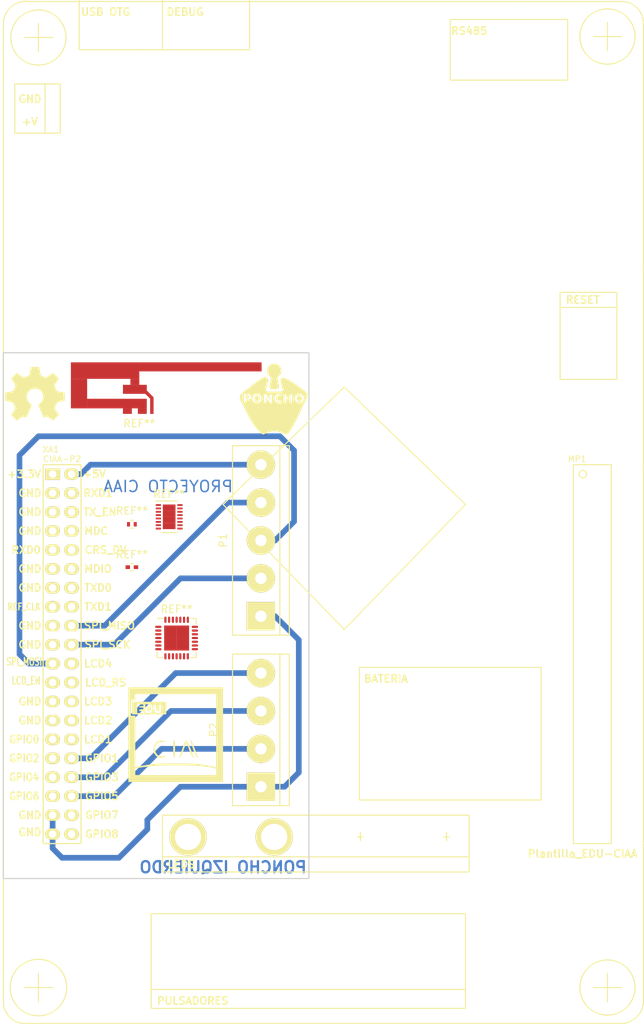
<source format=kicad_pcb>
(kicad_pcb (version 4) (host pcbnew 4.0.4+e1-6308~48~ubuntu14.04.1-stable)

  (general
    (links 10)
    (no_connects 0)
    (area 17.572141 15.774999 279.500001 163.930001)
    (thickness 1.6)
    (drawings 36)
    (tracks 40)
    (zones 0)
    (modules 14)
    (nets 27)
  )

  (page A4)
  (title_block
    (title "Poncho Izquierdo - Modelo - Ejemplo - Template")
    (date "lun 05 oct 2015")
    (rev 1.0)
    (company "Proyecto CIAA - COMPUTADORA INDUSTRIAL ABIERTA ARGENTINA")
    (comment 1 https://github.com/ciaa/Ponchos/tree/master/modelos/doc)
    (comment 2 "Autores y Licencia del template (Diego Brengi - UNLaM)")
    (comment 3 "Autor del poncho (COMPLETAR NOMBRE Y APELLIDO). Ver directorio \"doc\"")
    (comment 4 "CÓDIGO PONCHO:")
  )

  (layers
    (0 F.Cu signal)
    (31 B.Cu signal)
    (32 B.Adhes user)
    (33 F.Adhes user)
    (34 B.Paste user)
    (35 F.Paste user)
    (36 B.SilkS user)
    (37 F.SilkS user)
    (38 B.Mask user)
    (39 F.Mask user)
    (40 Dwgs.User user hide)
    (41 Cmts.User user hide)
    (42 Eco1.User user hide)
    (43 Eco2.User user hide)
    (44 Edge.Cuts user)
    (45 Margin user)
    (46 B.CrtYd user)
    (47 F.CrtYd user)
    (48 B.Fab user)
    (49 F.Fab user)
  )

  (setup
    (last_trace_width 0.381)
    (user_trace_width 0.508)
    (user_trace_width 0.635)
    (user_trace_width 0.762)
    (user_trace_width 1.016)
    (user_trace_width 1.27)
    (user_trace_width 1.524)
    (trace_clearance 0.508)
    (zone_clearance 0.508)
    (zone_45_only no)
    (trace_min 0.2)
    (segment_width 0.2)
    (edge_width 0.15)
    (via_size 0.6)
    (via_drill 0.4)
    (via_min_size 0.4)
    (via_min_drill 0.3)
    (uvia_size 0.3)
    (uvia_drill 0.1)
    (uvias_allowed no)
    (uvia_min_size 0)
    (uvia_min_drill 0)
    (pcb_text_width 0.3)
    (pcb_text_size 1.5 1.5)
    (mod_edge_width 0.15)
    (mod_text_size 0.000001 0.000001)
    (mod_text_width 0.15)
    (pad_size 5 5)
    (pad_drill 3.5)
    (pad_to_mask_clearance 0.2)
    (aux_axis_origin 0 0)
    (visible_elements 7FFEFF7F)
    (pcbplotparams
      (layerselection 0x00020_80000000)
      (usegerberextensions false)
      (excludeedgelayer false)
      (linewidth 0.100000)
      (plotframeref false)
      (viasonmask false)
      (mode 1)
      (useauxorigin false)
      (hpglpennumber 1)
      (hpglpenspeed 20)
      (hpglpendiameter 15)
      (hpglpenoverlay 2)
      (psnegative false)
      (psa4output false)
      (plotreference true)
      (plotvalue false)
      (plotinvisibletext false)
      (padsonsilk false)
      (subtractmaskfromsilk false)
      (outputformat 1)
      (mirror false)
      (drillshape 0)
      (scaleselection 1)
      (outputdirectory ""))
  )

  (net 0 "")
  (net 1 "Net-(P1-Pad3)")
  (net 2 "Net-(P1-Pad4)")
  (net 3 GND)
  (net 4 "Net-(P2-Pad2)")
  (net 5 "Net-(P2-Pad3)")
  (net 6 +5VP)
  (net 7 "Net-(P1-Pad2)")
  (net 8 "Net-(P2-Pad4)")
  (net 9 "Net-(H1-Pad1)")
  (net 10 "Net-(H2-Pad1)")
  (net 11 "Net-(XA1-Pad41)")
  (net 12 "Net-(XA1-Pad43)")
  (net 13 "Net-(XA1-Pad45)")
  (net 14 "Net-(XA1-Pad47)")
  (net 15 "Net-(XA1-Pad51)")
  (net 16 "Net-(XA1-Pad53)")
  (net 17 "Net-(XA1-Pad57)")
  (net 18 "Net-(XA1-Pad59)")
  (net 19 "Net-(XA1-Pad65)")
  (net 20 "Net-(XA1-Pad67)")
  (net 21 "Net-(XA1-Pad69)")
  (net 22 "Net-(XA1-Pad71)")
  (net 23 "Net-(XA1-Pad73)")
  (net 24 "Net-(XA1-Pad75)")
  (net 25 "Net-(XA1-Pad78)")
  (net 26 "Net-(XA1-Pad80)")

  (net_class Default "This is the default net class."
    (clearance 0.508)
    (trace_width 0.381)
    (via_dia 0.6)
    (via_drill 0.4)
    (uvia_dia 0.3)
    (uvia_drill 0.1)
    (add_net +5VP)
    (add_net GND)
    (add_net "Net-(H1-Pad1)")
    (add_net "Net-(H2-Pad1)")
    (add_net "Net-(P1-Pad2)")
    (add_net "Net-(P1-Pad3)")
    (add_net "Net-(P1-Pad4)")
    (add_net "Net-(P2-Pad2)")
    (add_net "Net-(P2-Pad3)")
    (add_net "Net-(P2-Pad4)")
    (add_net "Net-(XA1-Pad41)")
    (add_net "Net-(XA1-Pad43)")
    (add_net "Net-(XA1-Pad45)")
    (add_net "Net-(XA1-Pad47)")
    (add_net "Net-(XA1-Pad51)")
    (add_net "Net-(XA1-Pad53)")
    (add_net "Net-(XA1-Pad57)")
    (add_net "Net-(XA1-Pad59)")
    (add_net "Net-(XA1-Pad65)")
    (add_net "Net-(XA1-Pad67)")
    (add_net "Net-(XA1-Pad69)")
    (add_net "Net-(XA1-Pad71)")
    (add_net "Net-(XA1-Pad73)")
    (add_net "Net-(XA1-Pad75)")
    (add_net "Net-(XA1-Pad78)")
    (add_net "Net-(XA1-Pad80)")
  )

  (module Poncho_Esqueleto:Conn_Poncho_Izquierdo locked (layer F.Cu) (tedit 582F7F3F) (tstamp 56132439)
    (at 71.12 81.28)
    (tags "CONN Poncho")
    (path /560E5596)
    (fp_text reference XA1 (at -0.254 -3.302) (layer F.SilkS)
      (effects (font (size 0.8 0.8) (thickness 0.12)))
    )
    (fp_text value Conn_PonchoMP_2x_20x2 (at 3.175 51.435) (layer F.SilkS) hide
      (effects (font (size 1.016 1.016) (thickness 0.2032)))
    )
    (fp_line (start 34.925 54.61) (end -6.985 54.61) (layer Dwgs.User) (width 0.15))
    (fp_line (start 34.925 -6.35) (end 34.925 54.61) (layer Dwgs.User) (width 0.15))
    (fp_line (start -6.985 54.61) (end -6.985 -6.35) (layer Dwgs.User) (width 0.15))
    (fp_text user GPIO8 (at 6.604 48.26) (layer F.SilkS)
      (effects (font (size 1 1) (thickness 0.2)))
    )
    (fp_text user GPIO7 (at 6.604 45.72) (layer F.SilkS)
      (effects (font (size 1 1) (thickness 0.2)))
    )
    (fp_text user GPIO5 (at 6.604 43.18) (layer F.SilkS)
      (effects (font (size 1 1) (thickness 0.2)))
    )
    (fp_text user GPIO3 (at 6.604 40.64) (layer F.SilkS)
      (effects (font (size 1 1) (thickness 0.2)))
    )
    (fp_text user GPIO1 (at 6.604 38.1) (layer F.SilkS)
      (effects (font (size 1 1) (thickness 0.2)))
    )
    (fp_text user LCD1 (at 6.096 35.56) (layer F.SilkS)
      (effects (font (size 1 1) (thickness 0.2)))
    )
    (fp_text user LCD2 (at 6.096 33.02) (layer F.SilkS)
      (effects (font (size 1 1) (thickness 0.2)))
    )
    (fp_text user LCD3 (at 6.096 30.48) (layer F.SilkS)
      (effects (font (size 1 1) (thickness 0.2)))
    )
    (fp_text user LCD_RS (at 7.112 27.94) (layer F.SilkS)
      (effects (font (size 1 1) (thickness 0.2)))
    )
    (fp_text user LCD4 (at 6.096 25.4) (layer F.SilkS)
      (effects (font (size 1 1) (thickness 0.2)))
    )
    (fp_text user SPI_SCK (at 7.366 22.86) (layer F.SilkS)
      (effects (font (size 1 1) (thickness 0.2)))
    )
    (fp_text user SPI_MISO (at 7.62 20.32) (layer F.SilkS)
      (effects (font (size 1 1) (thickness 0.2)))
    )
    (fp_text user TXD1 (at 6.096 17.78) (layer F.SilkS)
      (effects (font (size 1 1) (thickness 0.2)))
    )
    (fp_text user TXD0 (at 6.096 15.24) (layer F.SilkS)
      (effects (font (size 1 1) (thickness 0.2)))
    )
    (fp_text user MDIO (at 6.096 12.7) (layer F.SilkS)
      (effects (font (size 1 1) (thickness 0.2)))
    )
    (fp_text user CRS_DV (at 7.112 10.16) (layer F.SilkS)
      (effects (font (size 1 1) (thickness 0.2)))
    )
    (fp_text user MDC (at 5.842 7.62) (layer F.SilkS)
      (effects (font (size 1 1) (thickness 0.2)))
    )
    (fp_text user TX_EN (at 6.35 5.08) (layer F.SilkS)
      (effects (font (size 1 1) (thickness 0.2)))
    )
    (fp_text user RXD1 (at 6.096 2.54) (layer F.SilkS)
      (effects (font (size 1 1) (thickness 0.2)))
    )
    (fp_text user +5V (at 5.588 0) (layer F.SilkS)
      (effects (font (size 1 1) (thickness 0.2)))
    )
    (fp_text user GND (at -3.048 48.006) (layer F.SilkS)
      (effects (font (size 1 1) (thickness 0.2)))
    )
    (fp_text user GND (at -3.048 45.72) (layer F.SilkS)
      (effects (font (size 1 1) (thickness 0.2)))
    )
    (fp_text user GPIO6 (at -3.81 43.18) (layer F.SilkS)
      (effects (font (size 1 0.9) (thickness 0.2)))
    )
    (fp_text user GPIO4 (at -3.81 40.64) (layer F.SilkS)
      (effects (font (size 1 0.9) (thickness 0.2)))
    )
    (fp_text user GPIO2 (at -3.81 38.1) (layer F.SilkS)
      (effects (font (size 1 0.9) (thickness 0.2)))
    )
    (fp_text user GPIO0 (at -3.81 35.56) (layer F.SilkS)
      (effects (font (size 1 0.9) (thickness 0.2)))
    )
    (fp_text user GND (at -3.048 33.02) (layer F.SilkS)
      (effects (font (size 1 1) (thickness 0.2)))
    )
    (fp_text user GND (at -3.048 30.48) (layer F.SilkS)
      (effects (font (size 1 1) (thickness 0.2)))
    )
    (fp_text user LCD_EN (at -3.556 27.686) (layer F.SilkS)
      (effects (font (size 1 0.7) (thickness 0.17)))
    )
    (fp_text user SPI_MOSI (at -3.81 25.146) (layer F.SilkS)
      (effects (font (size 1 0.7) (thickness 0.17)))
    )
    (fp_text user GND (at -3.048 22.86) (layer F.SilkS)
      (effects (font (size 1 1) (thickness 0.2)))
    )
    (fp_text user GND (at -3.048 20.32) (layer F.SilkS)
      (effects (font (size 1 1) (thickness 0.2)))
    )
    (fp_text user REF_CLK (at -3.81 17.78) (layer F.SilkS)
      (effects (font (size 0.9 0.7) (thickness 0.175)))
    )
    (fp_text user GND (at -3.048 15.24) (layer F.SilkS)
      (effects (font (size 1 1) (thickness 0.2)))
    )
    (fp_text user GND (at -3.048 12.7) (layer F.SilkS)
      (effects (font (size 1 1) (thickness 0.2)))
    )
    (fp_text user GND (at -3.048 7.62) (layer F.SilkS)
      (effects (font (size 1 1) (thickness 0.2)))
    )
    (fp_text user RXD0 (at -3.556 10.16) (layer F.SilkS)
      (effects (font (size 1 1) (thickness 0.2)))
    )
    (fp_text user GND (at -3.048 5.08) (layer F.SilkS)
      (effects (font (size 1 1) (thickness 0.2)))
    )
    (fp_text user GND (at -3.048 2.54) (layer F.SilkS)
      (effects (font (size 1 1) (thickness 0.2)))
    )
    (fp_text user +3.3V (at -3.81 0) (layer F.SilkS)
      (effects (font (size 1 1) (thickness 0.2)))
    )
    (fp_text user CIAA-P2 (at 1.27 -2.032) (layer F.SilkS)
      (effects (font (size 0.8 0.8) (thickness 0.12)))
    )
    (fp_line (start -1.27 0) (end -1.27 -1.27) (layer F.SilkS) (width 0.15))
    (fp_line (start -1.27 -1.27) (end 3.81 -1.27) (layer F.SilkS) (width 0.15))
    (fp_line (start 3.81 -1.27) (end 3.81 49.53) (layer F.SilkS) (width 0.15))
    (fp_line (start 3.81 49.53) (end -1.27 49.53) (layer F.SilkS) (width 0.15))
    (fp_line (start -1.27 49.53) (end -1.27 0) (layer F.SilkS) (width 0.15))
    (pad 41 thru_hole rect (at 0 0 270) (size 1.524 2) (drill 1.016) (layers *.Cu *.Mask F.SilkS)
      (net 11 "Net-(XA1-Pad41)"))
    (pad 42 thru_hole oval (at 2.54 0 270) (size 1.524 2) (drill 1.016) (layers *.Cu *.Mask F.SilkS)
      (net 6 +5VP))
    (pad 43 thru_hole oval (at 0 2.54 270) (size 1.524 2) (drill 1.016) (layers *.Cu *.Mask F.SilkS)
      (net 12 "Net-(XA1-Pad43)"))
    (pad 44 thru_hole oval (at 2.54 2.54 270) (size 1.524 2) (drill 1.016) (layers *.Cu *.Mask F.SilkS))
    (pad 45 thru_hole oval (at 0 5.08 270) (size 1.524 2) (drill 1.016) (layers *.Cu *.Mask F.SilkS)
      (net 13 "Net-(XA1-Pad45)"))
    (pad 46 thru_hole oval (at 2.54 5.08 270) (size 1.524 2) (drill 1.016) (layers *.Cu *.Mask F.SilkS))
    (pad 47 thru_hole oval (at 0 7.62 270) (size 1.524 2) (drill 1.016) (layers *.Cu *.Mask F.SilkS)
      (net 14 "Net-(XA1-Pad47)"))
    (pad 48 thru_hole oval (at 2.54 7.62 270) (size 1.524 2) (drill 1.016) (layers *.Cu *.Mask F.SilkS))
    (pad 49 thru_hole oval (at 0 10.16 270) (size 1.524 2) (drill 1.016) (layers *.Cu *.Mask F.SilkS))
    (pad 50 thru_hole oval (at 2.54 10.16 270) (size 1.524 2) (drill 1.016) (layers *.Cu *.Mask F.SilkS))
    (pad 51 thru_hole oval (at 0 12.7 270) (size 1.524 2) (drill 1.016) (layers *.Cu *.Mask F.SilkS)
      (net 15 "Net-(XA1-Pad51)"))
    (pad 52 thru_hole oval (at 2.54 12.7 270) (size 1.524 2) (drill 1.016) (layers *.Cu *.Mask F.SilkS))
    (pad 53 thru_hole oval (at 0 15.24 270) (size 1.524 2) (drill 1.016) (layers *.Cu *.Mask F.SilkS)
      (net 16 "Net-(XA1-Pad53)"))
    (pad 54 thru_hole oval (at 2.54 15.24 270) (size 1.524 2) (drill 1.016) (layers *.Cu *.Mask F.SilkS))
    (pad 55 thru_hole oval (at 0 17.78 270) (size 1.524 2) (drill 1.016) (layers *.Cu *.Mask F.SilkS))
    (pad 56 thru_hole oval (at 2.54 17.78 270) (size 1.524 2) (drill 1.016) (layers *.Cu *.Mask F.SilkS))
    (pad 57 thru_hole oval (at 0 20.32 270) (size 1.524 2) (drill 1.016) (layers *.Cu *.Mask F.SilkS)
      (net 17 "Net-(XA1-Pad57)"))
    (pad 58 thru_hole oval (at 2.54 20.32 270) (size 1.524 2) (drill 1.016) (layers *.Cu *.Mask F.SilkS)
      (net 2 "Net-(P1-Pad4)"))
    (pad 59 thru_hole oval (at 0 22.86 270) (size 1.524 2) (drill 1.016) (layers *.Cu *.Mask F.SilkS)
      (net 18 "Net-(XA1-Pad59)"))
    (pad 60 thru_hole oval (at 2.54 22.86 270) (size 1.524 2) (drill 1.016) (layers *.Cu *.Mask F.SilkS)
      (net 7 "Net-(P1-Pad2)"))
    (pad 61 thru_hole oval (at 0 25.4 270) (size 1.524 2) (drill 1.016) (layers *.Cu *.Mask F.SilkS)
      (net 1 "Net-(P1-Pad3)"))
    (pad 62 thru_hole oval (at 2.54 25.4 270) (size 1.524 2) (drill 1.016) (layers *.Cu *.Mask F.SilkS))
    (pad 63 thru_hole oval (at 0 27.94 270) (size 1.524 2) (drill 1.016) (layers *.Cu *.Mask F.SilkS))
    (pad 64 thru_hole oval (at 2.54 27.94 270) (size 1.524 2) (drill 1.016) (layers *.Cu *.Mask F.SilkS))
    (pad 65 thru_hole oval (at 0 30.48 270) (size 1.524 2) (drill 1.016) (layers *.Cu *.Mask F.SilkS)
      (net 19 "Net-(XA1-Pad65)"))
    (pad 66 thru_hole oval (at 2.54 30.48 270) (size 1.524 2) (drill 1.016) (layers *.Cu *.Mask F.SilkS))
    (pad 67 thru_hole oval (at 0 33.02 270) (size 1.524 2) (drill 1.016) (layers *.Cu *.Mask F.SilkS)
      (net 20 "Net-(XA1-Pad67)"))
    (pad 68 thru_hole oval (at 2.54 33.02 270) (size 1.524 2) (drill 1.016) (layers *.Cu *.Mask F.SilkS))
    (pad 69 thru_hole oval (at 0 35.56 270) (size 1.524 2) (drill 1.016) (layers *.Cu *.Mask F.SilkS)
      (net 21 "Net-(XA1-Pad69)"))
    (pad 70 thru_hole oval (at 2.54 35.56 270) (size 1.524 2) (drill 1.016) (layers *.Cu *.Mask F.SilkS))
    (pad 71 thru_hole oval (at 0 38.1 270) (size 1.524 2) (drill 1.016) (layers *.Cu *.Mask F.SilkS)
      (net 22 "Net-(XA1-Pad71)"))
    (pad 72 thru_hole oval (at 2.54 38.1 270) (size 1.524 2) (drill 1.016) (layers *.Cu *.Mask F.SilkS)
      (net 8 "Net-(P2-Pad4)"))
    (pad 73 thru_hole oval (at 0 40.64 270) (size 1.524 2) (drill 1.016) (layers *.Cu *.Mask F.SilkS)
      (net 23 "Net-(XA1-Pad73)"))
    (pad 74 thru_hole oval (at 2.54 40.64 270) (size 1.524 2) (drill 1.016) (layers *.Cu *.Mask F.SilkS)
      (net 5 "Net-(P2-Pad3)"))
    (pad 75 thru_hole oval (at 0 43.18 270) (size 1.524 2) (drill 1.016) (layers *.Cu *.Mask F.SilkS)
      (net 24 "Net-(XA1-Pad75)"))
    (pad 76 thru_hole oval (at 2.54 43.18 270) (size 1.524 2) (drill 1.016) (layers *.Cu *.Mask F.SilkS)
      (net 4 "Net-(P2-Pad2)"))
    (pad 77 thru_hole oval (at 0 45.72 270) (size 1.524 2) (drill 1.016) (layers *.Cu *.Mask F.SilkS)
      (net 3 GND))
    (pad 78 thru_hole oval (at 2.54 45.72 270) (size 1.524 2) (drill 1.016) (layers *.Cu *.Mask F.SilkS)
      (net 25 "Net-(XA1-Pad78)"))
    (pad 79 thru_hole oval (at 0 48.26 270) (size 1.524 2) (drill 1.016) (layers *.Cu *.Mask F.SilkS)
      (net 3 GND))
    (pad 80 thru_hole oval (at 2.54 48.26 270) (size 1.524 2) (drill 1.016) (layers *.Cu *.Mask F.SilkS)
      (net 26 "Net-(XA1-Pad80)"))
  )

  (module Poncho_Modelos:bornier5 (layer F.Cu) (tedit 0) (tstamp 560EDCAD)
    (at 99.06 90.17 90)
    (descr "Bornier d'alimentation 4 pins")
    (tags DEV)
    (path /560ED139)
    (fp_text reference P1 (at 0 -5.08 90) (layer F.SilkS)
      (effects (font (size 1 1) (thickness 0.15)))
    )
    (fp_text value CONN_5 (at 0 5.08 90) (layer F.Fab)
      (effects (font (size 1 1) (thickness 0.15)))
    )
    (fp_line (start -12.7 3.81) (end 12.7 3.81) (layer F.SilkS) (width 0.15))
    (fp_line (start -12.7 2.54) (end 12.7 2.54) (layer F.SilkS) (width 0.15))
    (fp_line (start -12.7 -3.81) (end 12.7 -3.81) (layer F.SilkS) (width 0.15))
    (fp_line (start 12.7 -3.81) (end 12.7 3.81) (layer F.SilkS) (width 0.15))
    (fp_line (start -12.7 -3.81) (end -12.7 3.81) (layer F.SilkS) (width 0.15))
    (pad 2 thru_hole circle (at -5.08 0 90) (size 3.81 3.81) (drill 1.524) (layers *.Cu *.Mask F.SilkS)
      (net 7 "Net-(P1-Pad2)"))
    (pad 3 thru_hole circle (at 0 0 90) (size 3.81 3.81) (drill 1.524) (layers *.Cu *.Mask F.SilkS)
      (net 1 "Net-(P1-Pad3)"))
    (pad 1 thru_hole rect (at -10.16 0 90) (size 3.81 3.81) (drill 1.524) (layers *.Cu *.Mask F.SilkS)
      (net 3 GND))
    (pad 4 thru_hole circle (at 5.08 0 90) (size 3.81 3.81) (drill 1.524) (layers *.Cu *.Mask F.SilkS)
      (net 2 "Net-(P1-Pad4)"))
    (pad 5 thru_hole circle (at 10.16 0 90) (size 3.81 3.81) (drill 1.524) (layers *.Cu *.Mask F.SilkS)
      (net 6 +5VP))
    (model Connect.3dshapes/bornier5.wrl
      (at (xyz 0 0 0))
      (scale (xyz 1 1 1))
      (rotate (xyz 0 0 0))
    )
  )

  (module Poncho_Modelos:bornier4 (layer F.Cu) (tedit 0) (tstamp 560EDCBA)
    (at 99.06 115.57 90)
    (descr "Bornier d'alimentation 4 pins")
    (tags DEV)
    (path /560ED17A)
    (fp_text reference P2 (at 0 -6.35 90) (layer F.SilkS)
      (effects (font (size 1 1) (thickness 0.15)))
    )
    (fp_text value CONN_4 (at 0 5.08 90) (layer F.Fab)
      (effects (font (size 1 1) (thickness 0.15)))
    )
    (fp_line (start -10.16 -3.81) (end -10.16 3.81) (layer F.SilkS) (width 0.15))
    (fp_line (start 10.16 3.81) (end 10.16 -3.81) (layer F.SilkS) (width 0.15))
    (fp_line (start 10.16 2.54) (end -10.16 2.54) (layer F.SilkS) (width 0.15))
    (fp_line (start -10.16 -3.81) (end 10.16 -3.81) (layer F.SilkS) (width 0.15))
    (fp_line (start -10.16 3.81) (end 10.16 3.81) (layer F.SilkS) (width 0.15))
    (pad 2 thru_hole circle (at -2.54 0 90) (size 3.81 3.81) (drill 1.524) (layers *.Cu *.Mask F.SilkS)
      (net 4 "Net-(P2-Pad2)"))
    (pad 3 thru_hole circle (at 2.54 0 90) (size 3.81 3.81) (drill 1.524) (layers *.Cu *.Mask F.SilkS)
      (net 5 "Net-(P2-Pad3)"))
    (pad 1 thru_hole rect (at -7.62 0 90) (size 3.81 3.81) (drill 1.524) (layers *.Cu *.Mask F.SilkS)
      (net 3 GND))
    (pad 4 thru_hole circle (at 7.62 0 90) (size 3.81 3.81) (drill 1.524) (layers *.Cu *.Mask F.SilkS)
      (net 8 "Net-(P2-Pad4)"))
    (model Connect.3dshapes/bornier4.wrl
      (at (xyz 0 0 0))
      (scale (xyz 1 1 1))
      (rotate (xyz 0 0 0))
    )
  )

  (module Poncho_Esqueleto:Logo_EDU-CIAA (layer F.Cu) (tedit 560D8BDB) (tstamp 560EE0E7)
    (at 87.63 116.205)
    (fp_text reference G*** (at 0 7.112) (layer F.SilkS) hide
      (effects (font (thickness 0.3048)))
    )
    (fp_text value Logo_EDU-CIAA (at 0.06 -7.8) (layer F.SilkS) hide
      (effects (font (thickness 0.3048)))
    )
    (fp_poly (pts (xy 6.35 6.35) (xy 5.42036 6.35) (xy 5.42036 4.8006) (xy 5.41782 4.7371)
      (xy 5.41782 4.39674) (xy 5.41782 -0.51054) (xy 5.41782 -5.42036) (xy 0 -5.42036)
      (xy -5.42036 -5.42036) (xy -5.42036 -4.99618) (xy -5.42036 -4.572) (xy -5.715 -4.572)
      (xy -6.01218 -4.572) (xy -6.01218 -3.556) (xy -6.01218 -2.54) (xy -5.715 -2.54)
      (xy -5.42036 -2.54) (xy -5.42036 0.9271) (xy -5.42036 4.39674) (xy -5.21462 4.318)
      (xy -5.05968 4.27736) (xy -4.77266 4.21894) (xy -4.39166 4.14782) (xy -3.95224 4.07162)
      (xy -3.7973 4.04622) (xy -3.42392 3.9878) (xy -3.08102 3.94462) (xy -2.74066 3.90906)
      (xy -2.3749 3.88366) (xy -1.9558 3.86842) (xy -1.45542 3.85826) (xy -0.84582 3.85318)
      (xy -0.09652 3.85064) (xy 0 3.85064) (xy 0.76454 3.85318) (xy 1.38938 3.85826)
      (xy 1.90246 3.86588) (xy 2.32918 3.88366) (xy 2.70002 3.90652) (xy 3.04038 3.93954)
      (xy 3.38074 3.98272) (xy 3.74904 4.0386) (xy 3.79476 4.04622) (xy 4.24434 4.12242)
      (xy 4.65074 4.19608) (xy 4.97332 4.25958) (xy 5.17652 4.30784) (xy 5.21208 4.318)
      (xy 5.41782 4.39674) (xy 5.41782 4.7371) (xy 5.41528 4.67614) (xy 5.38226 4.5847)
      (xy 5.29844 4.51612) (xy 5.14604 4.46278) (xy 4.90474 4.41706) (xy 4.55168 4.37134)
      (xy 4.06654 4.31546) (xy 3.59664 4.26466) (xy 2.9464 4.2037) (xy 2.20218 4.16052)
      (xy 1.3462 4.13258) (xy 0.35052 4.12242) (xy 0 4.11988) (xy -0.89154 4.12496)
      (xy -1.65608 4.13766) (xy -2.33426 4.1656) (xy -2.96672 4.20624) (xy -3.59664 4.2672)
      (xy -4.26466 4.34594) (xy -4.7625 4.41452) (xy -5.42036 4.50596) (xy -5.42036 4.96062)
      (xy -5.42036 5.41782) (xy 0 5.41782) (xy 5.41782 5.41782) (xy 5.41782 4.96062)
      (xy 5.42036 4.8006) (xy 5.42036 6.35) (xy 0 6.35) (xy -6.35 6.35)
      (xy -6.35 0) (xy -6.35 -6.35) (xy 0 -6.35) (xy 6.35 -6.35)
      (xy 6.35 0) (xy 6.35 6.35) (xy 6.35 6.35)) (layer F.SilkS) (width 0.00254))
    (fp_poly (pts (xy -1.36398 2.94894) (xy -1.41986 2.99212) (xy -1.58242 3.04292) (xy -1.83134 3.07848)
      (xy -2.08534 3.08864) (xy -2.24028 3.0734) (xy -2.59334 2.89814) (xy -2.84734 2.5908)
      (xy -2.921 2.43586) (xy -3.01752 1.98628) (xy -2.94894 1.55956) (xy -2.71526 1.16586)
      (xy -2.667 1.11252) (xy -2.49174 0.93726) (xy -2.33426 0.84582) (xy -2.12344 0.81026)
      (xy -1.90246 0.80518) (xy -1.57988 0.82296) (xy -1.40462 0.8763) (xy -1.37922 0.90932)
      (xy -1.40208 0.97028) (xy -1.55194 0.98298) (xy -1.70942 0.96774) (xy -2.08788 0.9906)
      (xy -2.39776 1.143) (xy -2.6289 1.39192) (xy -2.75844 1.70434) (xy -2.77876 2.04978)
      (xy -2.67462 2.39522) (xy -2.4765 2.66446) (xy -2.31902 2.80162) (xy -2.159 2.86258)
      (xy -1.9304 2.86766) (xy -1.80086 2.8575) (xy -1.51892 2.84988) (xy -1.36906 2.8829)
      (xy -1.36398 2.94894) (xy -1.36398 2.94894)) (layer F.SilkS) (width 0.00254))
    (fp_poly (pts (xy -0.08636 1.905) (xy -0.0889 2.37236) (xy -0.09906 2.69494) (xy -0.11938 2.90068)
      (xy -0.14986 3.00736) (xy -0.19812 3.04546) (xy -0.21336 3.048) (xy -0.26416 3.0226)
      (xy -0.29972 2.9337) (xy -0.32258 2.7559) (xy -0.33528 2.4638) (xy -0.34036 2.032)
      (xy -0.34036 1.905) (xy -0.33782 1.4351) (xy -0.32766 1.11252) (xy -0.30734 0.90678)
      (xy -0.27432 0.8001) (xy -0.22606 0.762) (xy -0.21336 0.762) (xy -0.16002 0.78486)
      (xy -0.12446 0.87376) (xy -0.1016 1.05156) (xy -0.09144 1.34366) (xy -0.08636 1.77546)
      (xy -0.08636 1.905) (xy -0.08636 1.905)) (layer F.SilkS) (width 0.00254))
    (fp_poly (pts (xy 2.40284 3.0353) (xy 2.30378 3.05308) (xy 2.17678 2.90322) (xy 2.02184 2.59334)
      (xy 1.83642 2.1209) (xy 1.80848 2.03708) (xy 1.6764 1.67132) (xy 1.5621 1.3716)
      (xy 1.47828 1.17094) (xy 1.43764 1.09982) (xy 1.39446 1.17602) (xy 1.3081 1.37922)
      (xy 1.19126 1.68148) (xy 1.05664 2.04978) (xy 1.05664 2.05232) (xy 0.87884 2.52222)
      (xy 0.7366 2.83464) (xy 0.62484 2.99974) (xy 0.57404 3.03022) (xy 0.50546 3.02514)
      (xy 0.49276 2.9591) (xy 0.53848 2.79654) (xy 0.64516 2.52222) (xy 0.78994 2.15646)
      (xy 0.9525 1.7272) (xy 1.08458 1.3716) (xy 1.2319 1.016) (xy 1.35128 0.82296)
      (xy 1.4351 0.77978) (xy 1.4986 0.86106) (xy 1.60782 1.06172) (xy 1.74752 1.35382)
      (xy 1.90246 1.69926) (xy 2.05994 2.06502) (xy 2.20472 2.41554) (xy 2.31902 2.71526)
      (xy 2.39014 2.9337) (xy 2.40284 3.0353) (xy 2.40284 3.0353)) (layer F.SilkS) (width 0.00254))
    (fp_poly (pts (xy 2.96164 2.98704) (xy 2.8956 3.04292) (xy 2.85242 3.048) (xy 2.78384 2.9718)
      (xy 2.67208 2.75844) (xy 2.52984 2.43586) (xy 2.36982 2.02946) (xy 2.3368 1.94056)
      (xy 2.15138 1.41478) (xy 2.03708 1.0414) (xy 1.99136 0.81788) (xy 2.01676 0.74422)
      (xy 2.10566 0.80772) (xy 2.159 0.91186) (xy 2.25552 1.13284) (xy 2.38252 1.44272)
      (xy 2.52476 1.79578) (xy 2.66954 2.16154) (xy 2.79654 2.49936) (xy 2.89814 2.77622)
      (xy 2.95402 2.94894) (xy 2.96164 2.98704) (xy 2.96164 2.98704)) (layer F.SilkS) (width 0.00254))
    (fp_poly (pts (xy -1.27 -2.71018) (xy -1.94818 -2.71018) (xy -1.94818 -3.57378) (xy -1.95834 -3.86334)
      (xy -1.99644 -4.01574) (xy -2.06756 -4.064) (xy -2.07518 -4.064) (xy -2.15138 -4.02336)
      (xy -2.19202 -3.87858) (xy -2.20218 -3.59664) (xy -2.20218 -3.5941) (xy -2.20726 -3.32486)
      (xy -2.2352 -3.1877) (xy -2.2987 -3.14452) (xy -2.39268 -3.1496) (xy -2.50698 -3.1877)
      (xy -2.57048 -3.2893) (xy -2.60096 -3.49758) (xy -2.60858 -3.6195) (xy -2.6416 -3.90398)
      (xy -2.70002 -4.04114) (xy -2.75844 -4.064) (xy -2.82956 -3.99034) (xy -2.8702 -3.80238)
      (xy -2.8829 -3.55092) (xy -2.86258 -3.29438) (xy -2.80924 -3.08102) (xy -2.79146 -3.04292)
      (xy -2.64668 -2.92608) (xy -2.41808 -2.87782) (xy -2.18694 -2.90576) (xy -2.04978 -2.98196)
      (xy -1.9939 -3.11658) (xy -1.95834 -3.36042) (xy -1.94818 -3.57378) (xy -1.94818 -2.71018)
      (xy -3.0861 -2.71018) (xy -3.0861 -3.42138) (xy -3.09372 -3.64744) (xy -3.20548 -3.88874)
      (xy -3.429 -4.0259) (xy -3.76428 -4.064) (xy -4.064 -4.064) (xy -4.064 -3.47218)
      (xy -4.064 -2.88036) (xy -3.7465 -2.88036) (xy -3.51536 -2.89814) (xy -3.3528 -2.93624)
      (xy -3.33756 -2.94386) (xy -3.17246 -3.14198) (xy -3.0861 -3.42138) (xy -3.0861 -2.71018)
      (xy -3.556 -2.71018) (xy -4.23418 -2.71018) (xy -4.23418 -3.00736) (xy -4.29006 -3.09626)
      (xy -4.47548 -3.13182) (xy -4.572 -3.13436) (xy -4.80822 -3.15468) (xy -4.90474 -3.22326)
      (xy -4.91236 -3.26136) (xy -4.84886 -3.35534) (xy -4.64312 -3.38836) (xy -4.61518 -3.38836)
      (xy -4.39674 -3.4163) (xy -4.32054 -3.50266) (xy -4.318 -3.51536) (xy -4.38404 -3.60934)
      (xy -4.58978 -3.64236) (xy -4.61518 -3.64236) (xy -4.81076 -3.66268) (xy -4.90982 -3.71602)
      (xy -4.91236 -3.72618) (xy -4.8387 -3.78206) (xy -4.65328 -3.81) (xy -4.61518 -3.81)
      (xy -4.39674 -3.83794) (xy -4.32054 -3.92684) (xy -4.318 -3.937) (xy -4.36372 -4.01828)
      (xy -4.5212 -4.05638) (xy -4.74218 -4.064) (xy -5.16636 -4.064) (xy -5.16636 -3.47218)
      (xy -5.16636 -2.88036) (xy -4.699 -2.88036) (xy -4.4196 -2.89052) (xy -4.27482 -2.93116)
      (xy -4.23418 -3.00736) (xy -4.23418 -2.71018) (xy -5.842 -2.71018) (xy -5.842 -3.556)
      (xy -5.842 -4.40436) (xy -3.556 -4.40436) (xy -1.27 -4.40436) (xy -1.27 -3.556)
      (xy -1.27 -2.71018) (xy -1.27 -2.71018)) (layer F.SilkS) (width 0.00254))
    (fp_poly (pts (xy -3.33756 -3.59918) (xy -3.34264 -3.35788) (xy -3.46964 -3.1877) (xy -3.65252 -3.13436)
      (xy -3.75666 -3.16738) (xy -3.80238 -3.29184) (xy -3.81 -3.47218) (xy -3.79984 -3.69062)
      (xy -3.74396 -3.78714) (xy -3.61696 -3.81) (xy -3.60172 -3.81) (xy -3.42138 -3.7592)
      (xy -3.33756 -3.59918) (xy -3.33756 -3.59918)) (layer F.SilkS) (width 0.00254))
  )

  (module Poncho_Esqueleto:Logo_Poncho (layer F.Cu) (tedit 560DAFF4) (tstamp 560EEA4B)
    (at 100.75 71.25)
    (fp_text reference G*** (at 0.127 5.588) (layer F.SilkS) hide
      (effects (font (thickness 0.3)))
    )
    (fp_text value LOGO (at 0.762 7.493) (layer F.SilkS) hide
      (effects (font (thickness 0.3)))
    )
    (fp_poly (pts (xy 4.535714 -0.627021) (xy 4.498746 -0.420109) (xy 4.405012 -0.1352) (xy 4.280272 0.162897)
      (xy 4.150281 0.409374) (xy 4.123376 0.447413) (xy 4.123376 -0.123701) (xy 4.058326 -0.436938)
      (xy 3.869112 -0.644378) (xy 3.564639 -0.737671) (xy 3.463636 -0.742208) (xy 3.129516 -0.681223)
      (xy 2.908248 -0.503835) (xy 2.808734 -0.218392) (xy 2.803896 -0.123701) (xy 2.868946 0.189536)
      (xy 3.058159 0.396975) (xy 3.362633 0.490269) (xy 3.463636 0.494805) (xy 3.797606 0.436492)
      (xy 3.958441 0.32987) (xy 4.092315 0.09203) (xy 4.123376 -0.123701) (xy 4.123376 0.447413)
      (xy 4.089856 0.494805) (xy 4.013749 0.621925) (xy 3.89522 0.861365) (xy 3.753792 1.172585)
      (xy 3.672876 1.360714) (xy 3.421635 1.929272) (xy 3.149718 2.496808) (xy 2.869494 3.041693)
      (xy 2.593334 3.542296) (xy 2.556493 3.603955) (xy 2.556493 -0.123701) (xy 2.552598 -0.439936)
      (xy 2.534834 -0.625484) (xy 2.494089 -0.714524) (xy 2.421247 -0.741238) (xy 2.391558 -0.742208)
      (xy 2.270831 -0.703329) (xy 2.228325 -0.558669) (xy 2.226623 -0.494805) (xy 2.206189 -0.31957)
      (xy 2.109798 -0.254982) (xy 1.97922 -0.247402) (xy 1.803985 -0.267837) (xy 1.739397 -0.364227)
      (xy 1.731818 -0.494805) (xy 1.705898 -0.675896) (xy 1.609459 -0.739655) (xy 1.566883 -0.742208)
      (xy 1.482553 -0.727599) (xy 1.433074 -0.660988) (xy 1.40933 -0.508193) (xy 1.402206 -0.235036)
      (xy 1.401948 -0.123701) (xy 1.405843 0.192533) (xy 1.423606 0.378081) (xy 1.464351 0.467122)
      (xy 1.537193 0.493835) (xy 1.566883 0.494805) (xy 1.680559 0.462518) (xy 1.726426 0.336472)
      (xy 1.731818 0.206169) (xy 1.745609 0.012245) (xy 1.815564 -0.067294) (xy 1.97922 -0.082467)
      (xy 2.145441 -0.066377) (xy 2.213617 0.015237) (xy 2.226623 0.206169) (xy 2.245073 0.405103)
      (xy 2.317099 0.48537) (xy 2.391558 0.494805) (xy 2.475887 0.480197) (xy 2.525367 0.413586)
      (xy 2.549111 0.260791) (xy 2.556234 -0.012366) (xy 2.556493 -0.123701) (xy 2.556493 3.603955)
      (xy 2.33361 3.976986) (xy 2.102692 4.324132) (xy 1.912952 4.562103) (xy 1.781691 4.667512)
      (xy 1.660102 4.654002) (xy 1.438445 4.580892) (xy 1.163465 4.463746) (xy 1.154545 4.459546)
      (xy 1.154545 0.36149) (xy 1.110706 0.268405) (xy 0.956623 0.266159) (xy 0.938776 0.269422)
      (xy 0.717011 0.243945) (xy 0.523128 0.11531) (xy 0.417755 -0.07121) (xy 0.412337 -0.123701)
      (xy 0.484303 -0.318602) (xy 0.658393 -0.472009) (xy 0.871896 -0.536691) (xy 0.949632 -0.528355)
      (xy 1.105982 -0.515384) (xy 1.154279 -0.597467) (xy 1.154545 -0.609566) (xy 1.114247 -0.69528)
      (xy 0.970303 -0.735064) (xy 0.783441 -0.742208) (xy 0.429195 -0.687347) (xy 0.198088 -0.523118)
      (xy 0.090717 -0.250044) (xy 0.082467 -0.123701) (xy 0.144642 0.188869) (xy 0.330769 0.392787)
      (xy 0.640252 0.487526) (xy 0.783441 0.494805) (xy 1.022962 0.480515) (xy 1.134243 0.429291)
      (xy 1.154545 0.36149) (xy 1.154545 4.459546) (xy 1.148315 4.456614) (xy 0.592041 4.256938)
      (xy 0.061238 4.207886) (xy -0.164935 4.249843) (xy -0.164935 -0.123701) (xy -0.168831 -0.439936)
      (xy -0.186594 -0.625484) (xy -0.227339 -0.714524) (xy -0.300181 -0.741238) (xy -0.329871 -0.742208)
      (xy -0.435349 -0.716231) (xy -0.483875 -0.609894) (xy -0.495586 -0.391721) (xy -0.496366 -0.041234)
      (xy -0.706429 -0.391721) (xy -0.874005 -0.625569) (xy -1.029731 -0.729733) (xy -1.117986 -0.742208)
      (xy -1.220495 -0.733937) (xy -1.280586 -0.685976) (xy -1.309571 -0.563603) (xy -1.318762 -0.332094)
      (xy -1.319481 -0.123701) (xy -1.315585 0.192533) (xy -1.297822 0.378081) (xy -1.257077 0.467122)
      (xy -1.184235 0.493835) (xy -1.154546 0.494805) (xy -1.049068 0.468829) (xy -1.000541 0.362492)
      (xy -0.988831 0.144318) (xy -0.98805 -0.206169) (xy -0.777988 0.144318) (xy -0.610412 0.378167)
      (xy -0.454685 0.48233) (xy -0.36643 0.494805) (xy -0.263922 0.486535) (xy -0.203831 0.438574)
      (xy -0.174846 0.3162) (xy -0.165655 0.084692) (xy -0.164935 -0.123701) (xy -0.164935 4.249843)
      (xy -0.48241 4.308738) (xy -0.783442 4.420415) (xy -1.059466 4.535832) (xy -1.285963 4.626797)
      (xy -1.401948 4.669513) (xy -1.518876 4.625399) (xy -1.566884 4.584033) (xy -1.566884 -0.123701)
      (xy -1.631934 -0.436938) (xy -1.821147 -0.644378) (xy -2.12562 -0.737671) (xy -2.226624 -0.742208)
      (xy -2.560743 -0.681223) (xy -2.782012 -0.503835) (xy -2.881525 -0.218392) (xy -2.886364 -0.123701)
      (xy -2.821314 0.189536) (xy -2.6321 0.396975) (xy -2.327627 0.490269) (xy -2.226624 0.494805)
      (xy -1.892653 0.436492) (xy -1.731819 0.32987) (xy -1.597945 0.09203) (xy -1.566884 -0.123701)
      (xy -1.566884 4.584033) (xy -1.717176 4.454536) (xy -1.98582 4.166799) (xy -2.061689 4.078924)
      (xy -2.369861 3.70727) (xy -2.632201 3.363429) (xy -2.870341 3.013116) (xy -2.968832 2.849614)
      (xy -2.968832 -0.32987) (xy -3.007485 -0.54598) (xy -3.140146 -0.67528) (xy -3.391869 -0.734039)
      (xy -3.603832 -0.742208) (xy -4.04091 -0.742208) (xy -4.04091 -0.123701) (xy -4.037014 0.192533)
      (xy -4.019251 0.378081) (xy -3.978506 0.467122) (xy -3.905664 0.493835) (xy -3.875974 0.494805)
      (xy -3.746639 0.446485) (xy -3.711039 0.288637) (xy -3.687673 0.146227) (xy -3.584731 0.090232)
      (xy -3.438897 0.082468) (xy -3.16065 0.034793) (xy -3.008068 -0.114765) (xy -2.968832 -0.32987)
      (xy -2.968832 2.849614) (xy -3.105916 2.622046) (xy -3.360558 2.155935) (xy -3.6559 1.580499)
      (xy -3.724805 1.443182) (xy -3.927446 1.040996) (xy -4.107468 0.68891) (xy -4.250627 0.414385)
      (xy -4.342678 0.24488) (xy -4.366512 0.206169) (xy -4.479713 -0.061738) (xy -4.470402 -0.368299)
      (xy -4.39208 -0.562072) (xy -4.211754 -0.794239) (xy -3.970771 -1.027175) (xy -3.729883 -1.205582)
      (xy -3.628572 -1.257014) (xy -3.515586 -1.328258) (xy -3.31072 -1.481511) (xy -3.047204 -1.691308)
      (xy -2.861153 -1.845142) (xy -2.478394 -2.151727) (xy -2.09396 -2.434151) (xy -1.735885 -2.674156)
      (xy -1.432202 -2.853482) (xy -1.210945 -2.953871) (xy -1.135923 -2.968831) (xy -0.992755 -2.911987)
      (xy -0.868796 -2.807085) (xy -0.798823 -2.718089) (xy -0.768465 -2.621372) (xy -0.779148 -2.476306)
      (xy -0.832302 -2.242261) (xy -0.897248 -1.997411) (xy -1.002077 -1.614541) (xy -1.0637 -1.342913)
      (xy -1.062894 -1.163551) (xy -0.980436 -1.05748) (xy -0.797105 -1.005726) (xy -0.493678 -0.989314)
      (xy -0.050932 -0.989267) (xy 0.123701 -0.98961) (xy 0.616616 -0.993152) (xy 0.963601 -1.004879)
      (xy 1.183529 -1.026446) (xy 1.295275 -1.059505) (xy 1.31948 -1.094352) (xy 1.298521 -1.22034)
      (xy 1.243133 -1.457326) (xy 1.164548 -1.757819) (xy 1.150407 -1.809213) (xy 1.043088 -2.255847)
      (xy 1.008894 -2.569631) (xy 1.048676 -2.765972) (xy 1.163285 -2.860279) (xy 1.208992 -2.870512)
      (xy 1.420553 -2.83991) (xy 1.739874 -2.711189) (xy 2.149801 -2.493929) (xy 2.633175 -2.197713)
      (xy 3.172841 -1.832122) (xy 3.525487 -1.576813) (xy 3.929546 -1.272303) (xy 4.214754 -1.04349)
      (xy 4.398878 -0.873667) (xy 4.499689 -0.746128) (xy 4.534955 -0.644167) (xy 4.535714 -0.627021)
      (xy 4.535714 -0.627021)) (layer F.SilkS) (width 0.1))
    (fp_poly (pts (xy 1.023542 -3.736319) (xy 0.895402 -3.389445) (xy 0.679417 -3.11223) (xy 0.563302 -2.982356)
      (xy 0.508034 -2.869698) (xy 0.506066 -2.720981) (xy 0.549854 -2.48293) (xy 0.574294 -2.370022)
      (xy 0.658312 -1.973188) (xy 0.69611 -1.709422) (xy 0.675383 -1.550382) (xy 0.583822 -1.467723)
      (xy 0.409122 -1.433104) (xy 0.16144 -1.419187) (xy -0.12355 -1.415195) (xy -0.339882 -1.428263)
      (xy -0.43645 -1.453549) (xy -0.490308 -1.618268) (xy -0.466441 -1.923684) (xy -0.365224 -2.365222)
      (xy -0.360015 -2.384058) (xy -0.225225 -2.868872) (xy -0.488808 -3.104404) (xy -0.714353 -3.402585)
      (xy -0.808424 -3.746824) (xy -0.77552 -4.096523) (xy -0.620138 -4.411085) (xy -0.346777 -4.649915)
      (xy -0.31571 -4.666738) (xy 0.033719 -4.763905) (xy 0.380075 -4.71573) (xy 0.68714 -4.538441)
      (xy 0.918691 -4.248265) (xy 0.989692 -4.081895) (xy 1.023542 -3.736319) (xy 1.023542 -3.736319)) (layer F.SilkS) (width 0.1))
    (fp_poly (pts (xy -3.320079 -0.321578) (xy -3.381169 -0.206169) (xy -3.537606 -0.087441) (xy -3.656944 -0.12265)
      (xy -3.710414 -0.301007) (xy -3.711039 -0.32987) (xy -3.666881 -0.523821) (xy -3.553583 -0.57585)
      (xy -3.399915 -0.47517) (xy -3.381169 -0.453571) (xy -3.320079 -0.321578) (xy -3.320079 -0.321578)) (layer F.SilkS) (width 0.1))
    (fp_poly (pts (xy -1.911824 -0.1467) (xy -1.935194 -0.006732) (xy -2.006645 0.114199) (xy -2.128505 0.265484)
      (xy -2.225472 0.329848) (xy -2.226624 0.32987) (xy -2.322643 0.267542) (xy -2.444552 0.117317)
      (xy -2.446603 0.114199) (xy -2.537406 -0.05684) (xy -2.52656 -0.197017) (xy -2.465958 -0.318756)
      (xy -2.343482 -0.473895) (xy -2.226624 -0.536039) (xy -2.106037 -0.47051) (xy -1.987289 -0.318756)
      (xy -1.911824 -0.1467) (xy -1.911824 -0.1467)) (layer F.SilkS) (width 0.1))
    (fp_poly (pts (xy 3.778435 -0.1467) (xy 3.755065 -0.006732) (xy 3.683615 0.114199) (xy 3.561755 0.265484)
      (xy 3.464788 0.329848) (xy 3.463636 0.32987) (xy 3.367616 0.267542) (xy 3.245708 0.117317)
      (xy 3.243657 0.114199) (xy 3.152854 -0.05684) (xy 3.163699 -0.197017) (xy 3.224301 -0.318756)
      (xy 3.346778 -0.473895) (xy 3.463636 -0.536039) (xy 3.584223 -0.47051) (xy 3.702971 -0.318756)
      (xy 3.778435 -0.1467) (xy 3.778435 -0.1467)) (layer F.SilkS) (width 0.1))
  )

  (module Poncho_Esqueleto:Logo_OSHWA (layer F.Cu) (tedit 560D8B85) (tstamp 560EEA57)
    (at 68.75 70.5)
    (fp_text reference G101 (at 0 4.2418) (layer F.SilkS) hide
      (effects (font (size 0.7112 0.4572) (thickness 0.1143)))
    )
    (fp_text value Logo_OSHWA (at 0 -4.2418) (layer F.SilkS) hide
      (effects (font (size 0.36322 0.36322) (thickness 0.07112)))
    )
    (fp_poly (pts (xy -2.42316 3.59156) (xy -2.38252 3.57124) (xy -2.28854 3.51282) (xy -2.15392 3.42392)
      (xy -1.99644 3.31978) (xy -1.83896 3.21056) (xy -1.70942 3.1242) (xy -1.61798 3.06578)
      (xy -1.57988 3.04546) (xy -1.55956 3.05054) (xy -1.48336 3.08864) (xy -1.37414 3.14452)
      (xy -1.31064 3.17754) (xy -1.21158 3.22072) (xy -1.16078 3.23088) (xy -1.15316 3.21564)
      (xy -1.11506 3.13944) (xy -1.05918 3.00736) (xy -0.98298 2.83464) (xy -0.89662 2.63144)
      (xy -0.80264 2.413) (xy -0.7112 2.18948) (xy -0.6223 1.97612) (xy -0.54356 1.78562)
      (xy -0.48006 1.63068) (xy -0.43942 1.52146) (xy -0.42418 1.47574) (xy -0.42926 1.46558)
      (xy -0.48006 1.41732) (xy -0.56642 1.35128) (xy -0.75692 1.19634) (xy -0.94234 0.96266)
      (xy -1.05664 0.6985) (xy -1.09474 0.40386) (xy -1.06172 0.13208) (xy -0.95504 -0.12954)
      (xy -0.77216 -0.36576) (xy -0.55118 -0.54102) (xy -0.2921 -0.65278) (xy 0 -0.68834)
      (xy 0.2794 -0.65786) (xy 0.5461 -0.55118) (xy 0.78232 -0.37084) (xy 0.88138 -0.25654)
      (xy 1.01854 -0.01778) (xy 1.09728 0.23876) (xy 1.1049 0.30226) (xy 1.09474 0.5842)
      (xy 1.01092 0.85344) (xy 0.8636 1.09474) (xy 0.65786 1.29032) (xy 0.62992 1.31064)
      (xy 0.53594 1.38176) (xy 0.47244 1.43002) (xy 0.42164 1.47066) (xy 0.77978 2.33172)
      (xy 0.83566 2.46888) (xy 0.93472 2.7051) (xy 1.02108 2.9083) (xy 1.08966 3.06832)
      (xy 1.13792 3.17754) (xy 1.15824 3.22072) (xy 1.16078 3.22326) (xy 1.19126 3.22834)
      (xy 1.2573 3.20294) (xy 1.37668 3.14452) (xy 1.45796 3.10388) (xy 1.5494 3.0607)
      (xy 1.59004 3.04546) (xy 1.6256 3.06324) (xy 1.71196 3.12166) (xy 1.8415 3.20548)
      (xy 1.9939 3.30962) (xy 2.14122 3.41122) (xy 2.27584 3.50012) (xy 2.3749 3.56108)
      (xy 2.42316 3.58902) (xy 2.43078 3.58902) (xy 2.47142 3.56362) (xy 2.55016 3.50012)
      (xy 2.667 3.38836) (xy 2.8321 3.2258) (xy 2.8575 3.2004) (xy 2.99466 3.0607)
      (xy 3.10642 2.94386) (xy 3.18008 2.86258) (xy 3.20548 2.82448) (xy 3.20548 2.82448)
      (xy 3.18262 2.77622) (xy 3.11912 2.6797) (xy 3.03022 2.54254) (xy 2.921 2.38252)
      (xy 2.63652 1.9685) (xy 2.794 1.57734) (xy 2.84226 1.45796) (xy 2.90322 1.31318)
      (xy 2.9464 1.20904) (xy 2.9718 1.16332) (xy 3.01244 1.14808) (xy 3.12166 1.12268)
      (xy 3.2766 1.08966) (xy 3.45948 1.05664) (xy 3.63728 1.02362) (xy 3.7973 0.99314)
      (xy 3.9116 0.97028) (xy 3.9624 0.96012) (xy 3.9751 0.9525) (xy 3.98526 0.9271)
      (xy 3.99288 0.87376) (xy 3.99542 0.77724) (xy 3.99796 0.62484) (xy 3.99796 0.40386)
      (xy 3.99796 0.381) (xy 3.99542 0.17018) (xy 3.99288 0.00254) (xy 3.9878 -0.10668)
      (xy 3.98018 -0.14986) (xy 3.98018 -0.14986) (xy 3.92938 -0.16256) (xy 3.81762 -0.18542)
      (xy 3.6576 -0.21844) (xy 3.4671 -0.254) (xy 3.45694 -0.25654) (xy 3.26644 -0.2921)
      (xy 3.10896 -0.32512) (xy 2.9972 -0.35052) (xy 2.95148 -0.36576) (xy 2.94132 -0.37846)
      (xy 2.90322 -0.45212) (xy 2.84734 -0.56896) (xy 2.78638 -0.71374) (xy 2.72288 -0.86106)
      (xy 2.66954 -0.99568) (xy 2.63398 -1.09474) (xy 2.62382 -1.14046) (xy 2.62382 -1.14046)
      (xy 2.65176 -1.18618) (xy 2.7178 -1.28524) (xy 2.80924 -1.41986) (xy 2.921 -1.58242)
      (xy 2.92862 -1.59512) (xy 3.03784 -1.75514) (xy 3.12674 -1.88976) (xy 3.18516 -1.98628)
      (xy 3.20548 -2.02946) (xy 3.20548 -2.032) (xy 3.16992 -2.08026) (xy 3.08864 -2.16916)
      (xy 2.9718 -2.29108) (xy 2.8321 -2.43332) (xy 2.78638 -2.4765) (xy 2.63144 -2.6289)
      (xy 2.52476 -2.72796) (xy 2.45618 -2.7813) (xy 2.42316 -2.794) (xy 2.42316 -2.79146)
      (xy 2.3749 -2.76352) (xy 2.2733 -2.69748) (xy 2.13614 -2.6035) (xy 1.97358 -2.49428)
      (xy 1.96342 -2.48666) (xy 1.8034 -2.37744) (xy 1.67132 -2.28854) (xy 1.5748 -2.22504)
      (xy 1.53416 -2.19964) (xy 1.52654 -2.19964) (xy 1.46304 -2.21996) (xy 1.34874 -2.25806)
      (xy 1.20904 -2.31394) (xy 1.06172 -2.37236) (xy 0.9271 -2.42824) (xy 0.8255 -2.4765)
      (xy 0.77724 -2.5019) (xy 0.77724 -2.50444) (xy 0.75946 -2.56286) (xy 0.73152 -2.68224)
      (xy 0.6985 -2.84734) (xy 0.6604 -3.04292) (xy 0.65532 -3.0734) (xy 0.61976 -3.2639)
      (xy 0.58928 -3.42138) (xy 0.56642 -3.5306) (xy 0.55372 -3.57632) (xy 0.52832 -3.5814)
      (xy 0.43434 -3.58902) (xy 0.2921 -3.59156) (xy 0.11938 -3.5941) (xy -0.06096 -3.59156)
      (xy -0.23622 -3.58902) (xy -0.38862 -3.58394) (xy -0.4953 -3.57632) (xy -0.54102 -3.56616)
      (xy -0.54356 -3.56362) (xy -0.5588 -3.5052) (xy -0.5842 -3.38582) (xy -0.61976 -3.22072)
      (xy -0.65786 -3.0226) (xy -0.66294 -2.98958) (xy -0.6985 -2.79908) (xy -0.73152 -2.64414)
      (xy -0.75438 -2.53492) (xy -0.76708 -2.49428) (xy -0.78232 -2.48412) (xy -0.86106 -2.4511)
      (xy -0.98806 -2.39776) (xy -1.14808 -2.33426) (xy -1.51384 -2.1844) (xy -1.96088 -2.49428)
      (xy -2.00406 -2.52222) (xy -2.16408 -2.63144) (xy -2.2987 -2.72034) (xy -2.39014 -2.77876)
      (xy -2.42824 -2.80162) (xy -2.43078 -2.79908) (xy -2.4765 -2.76098) (xy -2.5654 -2.67716)
      (xy -2.68732 -2.55778) (xy -2.82702 -2.41808) (xy -2.93116 -2.31394) (xy -3.05562 -2.18694)
      (xy -3.13436 -2.10312) (xy -3.17754 -2.04724) (xy -3.19278 -2.01422) (xy -3.1877 -1.9939)
      (xy -3.15976 -1.94818) (xy -3.09372 -1.84912) (xy -3.00228 -1.71196) (xy -2.89306 -1.55448)
      (xy -2.80162 -1.41986) (xy -2.7051 -1.27) (xy -2.6416 -1.16332) (xy -2.61874 -1.10998)
      (xy -2.62382 -1.08712) (xy -2.65684 -1.00076) (xy -2.71018 -0.86614) (xy -2.77622 -0.70866)
      (xy -2.9337 -0.35306) (xy -3.16738 -0.30988) (xy -3.30708 -0.28194) (xy -3.5052 -0.24384)
      (xy -3.69316 -0.20828) (xy -3.9878 -0.14986) (xy -3.99796 0.93218) (xy -3.95224 0.9525)
      (xy -3.90906 0.9652) (xy -3.79984 0.98806) (xy -3.6449 1.01854) (xy -3.45948 1.0541)
      (xy -3.30454 1.08458) (xy -3.14452 1.11252) (xy -3.03276 1.13538) (xy -2.98196 1.14554)
      (xy -2.96926 1.16332) (xy -2.92862 1.23952) (xy -2.87274 1.36144) (xy -2.81178 1.50876)
      (xy -2.74828 1.65862) (xy -2.6924 1.79832) (xy -2.65176 1.905) (xy -2.63906 1.96088)
      (xy -2.65938 2.00406) (xy -2.72034 2.0955) (xy -2.8067 2.22758) (xy -2.91338 2.38506)
      (xy -3.0226 2.54254) (xy -3.1115 2.67716) (xy -3.175 2.77368) (xy -3.2004 2.81686)
      (xy -3.1877 2.84734) (xy -3.12674 2.92354) (xy -3.00736 3.04546) (xy -2.8321 3.22072)
      (xy -2.80162 3.24866) (xy -2.66192 3.38328) (xy -2.54254 3.4925) (xy -2.46126 3.56616)
      (xy -2.42316 3.59156)) (layer F.SilkS) (width 0.00254))
  )

  (module Poncho_Modelos:Led_Hole (layer F.Cu) (tedit 5613342C) (tstamp 56133650)
    (at 89.281 129.921)
    (path /5613C419)
    (fp_text reference H1 (at 0.127 3.937) (layer F.SilkS) hide
      (effects (font (size 1 1) (thickness 0.15)))
    )
    (fp_text value PCB_HOLE (at 0.127 -3.429) (layer Dwgs.User) hide
      (effects (font (size 1 1) (thickness 0.15)))
    )
    (pad 1 thru_hole circle (at 0 0) (size 5 5) (drill 3.5) (layers *.Cu *.Mask F.SilkS)
      (net 9 "Net-(H1-Pad1)"))
  )

  (module Poncho_Modelos:Led_Hole (layer F.Cu) (tedit 5613342C) (tstamp 56133655)
    (at 100.838 129.921)
    (path /5613C2CE)
    (fp_text reference H2 (at 0.127 3.937) (layer F.SilkS) hide
      (effects (font (size 1 1) (thickness 0.15)))
    )
    (fp_text value PCB_HOLE (at 0.127 -3.429) (layer Dwgs.User) hide
      (effects (font (size 1 1) (thickness 0.15)))
    )
    (pad 1 thru_hole circle (at 0 0) (size 5 5) (drill 3.5) (layers *.Cu *.Mask F.SilkS)
      (net 10 "Net-(H2-Pad1)"))
  )

  (module Poncho_Esqueleto:Plantilla_EDU-CIAA locked (layer F.Cu) (tedit 56133CC8) (tstamp 56133CAC)
    (at 142.24 81.28)
    (tags "plantilla poncho EDU CIAA")
    (fp_text reference MP1 (at -0.762 -2.032) (layer F.SilkS)
      (effects (font (size 0.8 0.8) (thickness 0.12)))
    )
    (fp_text value Plantilla_EDU-CIAA (at -0.03 50.9) (layer F.SilkS)
      (effects (font (size 1.016 1.016) (thickness 0.2032)))
    )
    (fp_circle (center -71.12 0) (end -70.612 0) (layer F.SilkS) (width 0.15))
    (fp_line (start -30.099 48.641) (end -30.226 48.641) (layer F.SilkS) (width 0.15))
    (fp_line (start -29.845 48.641) (end -30.099 48.641) (layer F.SilkS) (width 0.15))
    (fp_line (start -29.845 48.641) (end -29.464 48.641) (layer F.SilkS) (width 0.15))
    (fp_line (start -29.845 48.641) (end -29.845 49.149) (layer F.SilkS) (width 0.15))
    (fp_line (start -29.845 48.641) (end -29.845 48.006) (layer F.SilkS) (width 0.15))
    (fp_line (start -52.959 48.133) (end -52.959 48.006) (layer F.SilkS) (width 0.15))
    (fp_line (start -52.959 48.641) (end -53.34 48.641) (layer F.SilkS) (width 0.15))
    (fp_line (start -52.959 48.641) (end -52.578 48.641) (layer F.SilkS) (width 0.15))
    (fp_line (start -52.959 48.641) (end -52.959 49.149) (layer F.SilkS) (width 0.15))
    (fp_line (start -52.959 48.641) (end -52.959 48.133) (layer F.SilkS) (width 0.15))
    (fp_line (start -41.656 48.641) (end -41.783 48.641) (layer F.SilkS) (width 0.15))
    (fp_line (start -41.402 48.641) (end -41.656 48.641) (layer F.SilkS) (width 0.15))
    (fp_line (start -41.402 48.641) (end -41.021 48.641) (layer F.SilkS) (width 0.15))
    (fp_line (start -41.402 48.641) (end -41.402 49.149) (layer F.SilkS) (width 0.15))
    (fp_line (start -41.402 48.641) (end -41.402 48.006) (layer F.SilkS) (width 0.15))
    (fp_line (start -18.288 48.641) (end -18.669 48.641) (layer F.SilkS) (width 0.15))
    (fp_line (start -18.288 48.641) (end -17.907 48.641) (layer F.SilkS) (width 0.15))
    (fp_line (start -18.288 48.641) (end -18.288 49.149) (layer F.SilkS) (width 0.15))
    (fp_line (start -18.288 48.641) (end -18.288 48.006) (layer F.SilkS) (width 0.15))
    (fp_line (start -73.025 68.834) (end -74.93 68.834) (layer F.SilkS) (width 0.15))
    (fp_line (start -73.025 68.834) (end -71.12 68.834) (layer F.SilkS) (width 0.15))
    (fp_line (start -73.025 68.834) (end -73.025 70.739) (layer F.SilkS) (width 0.15))
    (fp_line (start -73.025 68.834) (end -73.025 66.929) (layer F.SilkS) (width 0.15))
    (fp_circle (center -73.025 68.834) (end -72.136 65.151) (layer F.SilkS) (width 0.15))
    (fp_circle (center 3.302 68.834) (end 6.858 69.85) (layer F.SilkS) (width 0.15))
    (fp_line (start 3.302 68.834) (end 5.207 68.834) (layer F.SilkS) (width 0.15))
    (fp_line (start 3.302 68.834) (end 1.397 68.834) (layer F.SilkS) (width 0.15))
    (fp_line (start 3.302 68.834) (end 3.302 70.739) (layer F.SilkS) (width 0.15))
    (fp_line (start 3.302 68.834) (end 3.302 66.929) (layer F.SilkS) (width 0.15))
    (fp_line (start 3.302 -58.674) (end 1.397 -58.674) (layer F.SilkS) (width 0.15))
    (fp_line (start 3.302 -58.674) (end 5.207 -58.674) (layer F.SilkS) (width 0.15))
    (fp_line (start 3.302 -58.674) (end 3.302 -56.769) (layer F.SilkS) (width 0.15))
    (fp_line (start 3.302 -58.674) (end 3.302 -60.579) (layer F.SilkS) (width 0.15))
    (fp_circle (center 3.302 -58.674) (end 6.731 -57.277) (layer F.SilkS) (width 0.15))
    (fp_circle (center -73.025 -58.547) (end -69.469 -59.563) (layer F.SilkS) (width 0.15))
    (fp_line (start -73.025 -58.547) (end -74.93 -58.547) (layer F.SilkS) (width 0.15))
    (fp_line (start -73.025 -58.547) (end -71.12 -58.547) (layer F.SilkS) (width 0.15))
    (fp_line (start -73.025 -58.547) (end -73.025 -56.642) (layer F.SilkS) (width 0.15))
    (fp_line (start -73.025 -58.547) (end -73.025 -60.452) (layer F.SilkS) (width 0.15))
    (fp_circle (center 0 0) (end 0.508 0) (layer F.SilkS) (width 0.15))
    (fp_line (start -72.136 -45.72) (end -70.104 -45.72) (layer F.SilkS) (width 0.15))
    (fp_line (start -70.104 -45.72) (end -70.104 -52.324) (layer F.SilkS) (width 0.15))
    (fp_line (start -70.104 -52.324) (end -72.136 -52.324) (layer F.SilkS) (width 0.15))
    (fp_text user GND (at -74.168 -50.292) (layer F.SilkS)
      (effects (font (size 1 1) (thickness 0.2)))
    )
    (fp_text user +V (at -74.168 -47.244) (layer F.SilkS)
      (effects (font (size 1 1) (thickness 0.2)))
    )
    (fp_line (start -76.2 -45.72) (end -72.136 -45.72) (layer F.SilkS) (width 0.15))
    (fp_line (start -72.136 -45.72) (end -72.136 -52.324) (layer F.SilkS) (width 0.15))
    (fp_line (start -72.136 -52.324) (end -76.2 -52.324) (layer F.SilkS) (width 0.15))
    (fp_line (start -76.2 -52.324) (end -76.2 -45.72) (layer F.SilkS) (width 0.15))
    (fp_text user DEBUG (at -53.34 -61.976) (layer F.SilkS)
      (effects (font (size 1 1) (thickness 0.2)))
    )
    (fp_text user "USB OTG" (at -64.008 -61.976) (layer F.SilkS)
      (effects (font (size 1 1) (thickness 0.2)))
    )
    (fp_line (start -56.388 -56.896) (end -56.388 -63.5) (layer F.SilkS) (width 0.15))
    (fp_line (start -44.704 -62.992) (end -44.704 -63.5) (layer F.SilkS) (width 0.15))
    (fp_line (start -67.564 -56.896) (end -67.564 -62.992) (layer F.SilkS) (width 0.15))
    (fp_line (start -67.564 -62.992) (end -67.564 -63.5) (layer F.SilkS) (width 0.15))
    (fp_line (start -44.704 -62.992) (end -44.704 -56.896) (layer F.SilkS) (width 0.15))
    (fp_line (start -44.704 -56.896) (end -59.436 -56.896) (layer F.SilkS) (width 0.15))
    (fp_line (start -67.564 -56.896) (end -59.436 -56.896) (layer F.SilkS) (width 0.15))
    (fp_text user RS485 (at -15.24 -59.436) (layer F.SilkS)
      (effects (font (size 1 1) (thickness 0.2)))
    )
    (fp_line (start -17.78 -52.832) (end -2.032 -52.832) (layer F.SilkS) (width 0.15))
    (fp_line (start -2.032 -52.832) (end -2.032 -60.96) (layer F.SilkS) (width 0.15))
    (fp_line (start -2.032 -60.96) (end -17.78 -60.96) (layer F.SilkS) (width 0.15))
    (fp_line (start -17.78 -60.96) (end -17.78 -52.832) (layer F.SilkS) (width 0.15))
    (fp_line (start -32.004 20.828) (end -48.26 4.064) (layer F.SilkS) (width 0.15))
    (fp_line (start -48.26 4.064) (end -32.004 -11.684) (layer F.SilkS) (width 0.15))
    (fp_line (start -32.004 -11.684) (end -15.748 4.064) (layer F.SilkS) (width 0.15))
    (fp_line (start -15.748 4.064) (end -32.004 20.828) (layer F.SilkS) (width 0.15))
    (fp_text user RESET (at 0 -23.368) (layer F.SilkS)
      (effects (font (size 1 1) (thickness 0.2)))
    )
    (fp_line (start -57.912 71.628) (end -57.912 69.088) (layer F.SilkS) (width 0.15))
    (fp_line (start -57.912 71.628) (end -15.748 71.628) (layer F.SilkS) (width 0.15))
    (fp_line (start -15.748 71.628) (end -15.748 69.088) (layer F.SilkS) (width 0.15))
    (fp_line (start -57.912 69.088) (end -15.748 69.088) (layer F.SilkS) (width 0.15))
    (fp_line (start -56.388 53.34) (end -56.388 51.308) (layer F.SilkS) (width 0.15))
    (fp_line (start -56.388 53.34) (end -15.24 53.34) (layer F.SilkS) (width 0.15))
    (fp_line (start -15.24 53.34) (end -15.24 51.308) (layer F.SilkS) (width 0.15))
    (fp_line (start 4.572 -22.352) (end -3.048 -22.352) (layer F.SilkS) (width 0.15))
    (fp_line (start -3.048 -12.7) (end 4.572 -12.7) (layer F.SilkS) (width 0.15))
    (fp_line (start 4.572 -12.7) (end 4.572 -24.384) (layer F.SilkS) (width 0.15))
    (fp_line (start 4.572 -24.384) (end -3.048 -24.384) (layer F.SilkS) (width 0.15))
    (fp_line (start -3.048 -24.384) (end -3.048 -12.7) (layer F.SilkS) (width 0.15))
    (fp_text user BATERIA (at -26.416 27.432) (layer F.SilkS)
      (effects (font (size 1 1) (thickness 0.2)))
    )
    (fp_line (start -29.972 43.688) (end -5.588 43.688) (layer F.SilkS) (width 0.15))
    (fp_line (start -5.588 43.688) (end -5.588 25.908) (layer F.SilkS) (width 0.15))
    (fp_line (start -5.588 25.908) (end -29.972 25.908) (layer F.SilkS) (width 0.15))
    (fp_line (start -29.972 25.908) (end -29.972 43.688) (layer F.SilkS) (width 0.15))
    (fp_text user LEDS (at -53.848 52.324) (layer F.SilkS)
      (effects (font (size 1 1) (thickness 0.2)))
    )
    (fp_line (start -56.388 51.308) (end -15.24 51.308) (layer F.SilkS) (width 0.15))
    (fp_line (start -15.24 51.308) (end -15.24 45.72) (layer F.SilkS) (width 0.15))
    (fp_line (start -15.24 45.72) (end -56.388 45.72) (layer F.SilkS) (width 0.15))
    (fp_line (start -56.388 45.72) (end -56.388 51.308) (layer F.SilkS) (width 0.15))
    (fp_text user PULSADORES (at -52.324 70.612) (layer F.SilkS)
      (effects (font (size 1 1) (thickness 0.2)))
    )
    (fp_line (start -15.748 69.596) (end -15.748 58.928) (layer F.SilkS) (width 0.15))
    (fp_line (start -15.748 58.928) (end -57.912 58.928) (layer F.SilkS) (width 0.15))
    (fp_line (start -57.912 58.928) (end -57.912 69.596) (layer F.SilkS) (width 0.15))
    (fp_line (start -77.724 49.276) (end -77.724 -1.27) (layer F.SilkS) (width 0.15))
    (fp_arc (start -74.803 70.739) (end -74.93 73.66) (angle 90) (layer F.SilkS) (width 0.15))
    (fp_arc (start 5.08 70.612) (end 8.128 70.485) (angle 90) (layer F.SilkS) (width 0.15))
    (fp_arc (start 5.207 -60.452) (end 5.207 -63.373) (angle 90) (layer F.SilkS) (width 0.15))
    (fp_line (start -77.724 -60.706) (end -77.724 -56.769) (layer F.SilkS) (width 0.15))
    (fp_line (start -72.263 -63.373) (end -74.295 -63.373) (layer F.SilkS) (width 0.15))
    (fp_arc (start -74.676 -60.325) (end -77.724 -60.706) (angle 90) (layer F.SilkS) (width 0.15))
    (fp_line (start 5.461 -63.373) (end 4.826 -63.373) (layer F.SilkS) (width 0.15))
    (fp_line (start 8.128 -60.579) (end 8.128 -60.706) (layer F.SilkS) (width 0.15))
    (fp_line (start 8.128 -60.706) (end 8.128 -60.452) (layer F.SilkS) (width 0.15))
    (fp_line (start 3.937 -63.373) (end 4.826 -63.373) (layer F.SilkS) (width 0.15))
    (fp_line (start 0 -63.373) (end 3.937 -63.373) (layer F.SilkS) (width 0.15))
    (fp_line (start 8.128 -58.293) (end 8.128 -60.579) (layer F.SilkS) (width 0.15))
    (fp_line (start 0 -63.373) (end -8.636 -63.373) (layer F.SilkS) (width 0.15))
    (fp_line (start -8.636 -63.373) (end -72.136 -63.373) (layer F.SilkS) (width 0.15))
    (fp_line (start -77.724 -1.27) (end -77.724 -56.769) (layer F.SilkS) (width 0.15))
    (fp_line (start 8.128 -1.27) (end 8.128 -10.16) (layer F.SilkS) (width 0.15))
    (fp_line (start 8.128 -10.16) (end 8.128 -27.432) (layer F.SilkS) (width 0.15))
    (fp_line (start 8.128 -27.432) (end 8.128 -48.26) (layer F.SilkS) (width 0.15))
    (fp_line (start 8.128 -48.26) (end 8.128 -55.499) (layer F.SilkS) (width 0.15))
    (fp_line (start 8.128 -55.499) (end 8.128 -58.293) (layer F.SilkS) (width 0.15))
    (fp_line (start -77.724 70.612) (end -77.724 70.104) (layer F.SilkS) (width 0.15))
    (fp_line (start -74.422 73.66) (end -74.93 73.66) (layer F.SilkS) (width 0.15))
    (fp_line (start -73.025 73.66) (end -74.422 73.66) (layer F.SilkS) (width 0.15))
    (fp_line (start -77.724 67.056) (end -77.724 70.104) (layer F.SilkS) (width 0.15))
    (fp_line (start 3.302 73.66) (end 5.207 73.66) (layer F.SilkS) (width 0.15))
    (fp_line (start 8.128 66.802) (end 8.128 70.485) (layer F.SilkS) (width 0.15))
    (fp_line (start 8.128 49.403) (end 8.128 66.802) (layer F.SilkS) (width 0.15))
    (fp_line (start -77.724 49.403) (end -77.724 67.056) (layer F.SilkS) (width 0.15))
    (fp_line (start 3.302 73.66) (end -73.025 73.66) (layer F.SilkS) (width 0.15))
    (fp_line (start 8.128 0) (end 8.128 -1.27) (layer F.SilkS) (width 0.15))
    (fp_line (start 8.128 0) (end 8.128 49.53) (layer F.SilkS) (width 0.15))
    (fp_line (start -72.39 0) (end -72.39 -1.27) (layer F.SilkS) (width 0.15))
    (fp_line (start -72.39 -1.27) (end -67.31 -1.27) (layer F.SilkS) (width 0.15))
    (fp_line (start -67.31 -1.27) (end -67.31 49.53) (layer F.SilkS) (width 0.15))
    (fp_line (start -67.31 49.53) (end -72.39 49.53) (layer F.SilkS) (width 0.15))
    (fp_line (start -72.39 49.53) (end -72.39 0) (layer F.SilkS) (width 0.15))
    (fp_line (start -1.27 49.53) (end -1.27 -1.27) (layer F.SilkS) (width 0.15))
    (fp_line (start 3.81 49.53) (end 3.81 -1.27) (layer F.SilkS) (width 0.15))
    (fp_line (start 3.81 49.53) (end -1.27 49.53) (layer F.SilkS) (width 0.15))
    (fp_line (start 3.81 -1.27) (end -1.27 -1.27) (layer F.SilkS) (width 0.15))
  )

  (module Housings_DFN_QFN:QFN-28-1EP_5x5mm_Pitch0.5mm (layer F.Cu) (tedit 54130A77) (tstamp 582F6734)
    (at 87.75 103.25)
    (descr "28-Lead Plastic Quad Flat, No Lead Package (MQ) - 5x5x0.9 mm Body [QFN or VQFN]; (see Microchip Packaging Specification 00000049BS.pdf)")
    (tags "QFN 0.5")
    (attr smd)
    (fp_text reference REF** (at 0 -3.875) (layer F.SilkS)
      (effects (font (size 1 1) (thickness 0.15)))
    )
    (fp_text value QFN-28-1EP_5x5mm_Pitch0.5mm (at 0 3.875) (layer F.Fab)
      (effects (font (size 1 1) (thickness 0.15)))
    )
    (fp_line (start -1.5 -2.5) (end 2.5 -2.5) (layer F.Fab) (width 0.15))
    (fp_line (start 2.5 -2.5) (end 2.5 2.5) (layer F.Fab) (width 0.15))
    (fp_line (start 2.5 2.5) (end -2.5 2.5) (layer F.Fab) (width 0.15))
    (fp_line (start -2.5 2.5) (end -2.5 -1.5) (layer F.Fab) (width 0.15))
    (fp_line (start -2.5 -1.5) (end -1.5 -2.5) (layer F.Fab) (width 0.15))
    (fp_line (start -3.15 -3.15) (end -3.15 3.15) (layer F.CrtYd) (width 0.05))
    (fp_line (start 3.15 -3.15) (end 3.15 3.15) (layer F.CrtYd) (width 0.05))
    (fp_line (start -3.15 -3.15) (end 3.15 -3.15) (layer F.CrtYd) (width 0.05))
    (fp_line (start -3.15 3.15) (end 3.15 3.15) (layer F.CrtYd) (width 0.05))
    (fp_line (start 2.625 -2.625) (end 2.625 -1.875) (layer F.SilkS) (width 0.15))
    (fp_line (start -2.625 2.625) (end -2.625 1.875) (layer F.SilkS) (width 0.15))
    (fp_line (start 2.625 2.625) (end 2.625 1.875) (layer F.SilkS) (width 0.15))
    (fp_line (start -2.625 -2.625) (end -1.875 -2.625) (layer F.SilkS) (width 0.15))
    (fp_line (start -2.625 2.625) (end -1.875 2.625) (layer F.SilkS) (width 0.15))
    (fp_line (start 2.625 2.625) (end 1.875 2.625) (layer F.SilkS) (width 0.15))
    (fp_line (start 2.625 -2.625) (end 1.875 -2.625) (layer F.SilkS) (width 0.15))
    (pad 1 smd oval (at -2.45 -1.5) (size 0.85 0.3) (layers F.Cu F.Paste F.Mask))
    (pad 2 smd oval (at -2.45 -1) (size 0.85 0.3) (layers F.Cu F.Paste F.Mask))
    (pad 3 smd oval (at -2.45 -0.5) (size 0.85 0.3) (layers F.Cu F.Paste F.Mask))
    (pad 4 smd oval (at -2.45 0) (size 0.85 0.3) (layers F.Cu F.Paste F.Mask))
    (pad 5 smd oval (at -2.45 0.5) (size 0.85 0.3) (layers F.Cu F.Paste F.Mask))
    (pad 6 smd oval (at -2.45 1) (size 0.85 0.3) (layers F.Cu F.Paste F.Mask))
    (pad 7 smd oval (at -2.45 1.5) (size 0.85 0.3) (layers F.Cu F.Paste F.Mask))
    (pad 8 smd oval (at -1.5 2.45 90) (size 0.85 0.3) (layers F.Cu F.Paste F.Mask))
    (pad 9 smd oval (at -1 2.45 90) (size 0.85 0.3) (layers F.Cu F.Paste F.Mask))
    (pad 10 smd oval (at -0.5 2.45 90) (size 0.85 0.3) (layers F.Cu F.Paste F.Mask))
    (pad 11 smd oval (at 0 2.45 90) (size 0.85 0.3) (layers F.Cu F.Paste F.Mask))
    (pad 12 smd oval (at 0.5 2.45 90) (size 0.85 0.3) (layers F.Cu F.Paste F.Mask))
    (pad 13 smd oval (at 1 2.45 90) (size 0.85 0.3) (layers F.Cu F.Paste F.Mask))
    (pad 14 smd oval (at 1.5 2.45 90) (size 0.85 0.3) (layers F.Cu F.Paste F.Mask))
    (pad 15 smd oval (at 2.45 1.5) (size 0.85 0.3) (layers F.Cu F.Paste F.Mask))
    (pad 16 smd oval (at 2.45 1) (size 0.85 0.3) (layers F.Cu F.Paste F.Mask))
    (pad 17 smd oval (at 2.45 0.5) (size 0.85 0.3) (layers F.Cu F.Paste F.Mask))
    (pad 18 smd oval (at 2.45 0) (size 0.85 0.3) (layers F.Cu F.Paste F.Mask))
    (pad 19 smd oval (at 2.45 -0.5) (size 0.85 0.3) (layers F.Cu F.Paste F.Mask))
    (pad 20 smd oval (at 2.45 -1) (size 0.85 0.3) (layers F.Cu F.Paste F.Mask))
    (pad 21 smd oval (at 2.45 -1.5) (size 0.85 0.3) (layers F.Cu F.Paste F.Mask))
    (pad 22 smd oval (at 1.5 -2.45 90) (size 0.85 0.3) (layers F.Cu F.Paste F.Mask))
    (pad 23 smd oval (at 1 -2.45 90) (size 0.85 0.3) (layers F.Cu F.Paste F.Mask))
    (pad 24 smd oval (at 0.5 -2.45 90) (size 0.85 0.3) (layers F.Cu F.Paste F.Mask))
    (pad 25 smd oval (at 0 -2.45 90) (size 0.85 0.3) (layers F.Cu F.Paste F.Mask))
    (pad 26 smd oval (at -0.5 -2.45 90) (size 0.85 0.3) (layers F.Cu F.Paste F.Mask))
    (pad 27 smd oval (at -1 -2.45 90) (size 0.85 0.3) (layers F.Cu F.Paste F.Mask))
    (pad 28 smd oval (at -1.5 -2.45 90) (size 0.85 0.3) (layers F.Cu F.Paste F.Mask))
    (pad 29 smd rect (at 0.8375 0.8375) (size 1.675 1.675) (layers F.Cu F.Paste F.Mask)
      (solder_paste_margin_ratio -0.2))
    (pad 29 smd rect (at 0.8375 -0.8375) (size 1.675 1.675) (layers F.Cu F.Paste F.Mask)
      (solder_paste_margin_ratio -0.2))
    (pad 29 smd rect (at -0.8375 0.8375) (size 1.675 1.675) (layers F.Cu F.Paste F.Mask)
      (solder_paste_margin_ratio -0.2))
    (pad 29 smd rect (at -0.8375 -0.8375) (size 1.675 1.675) (layers F.Cu F.Paste F.Mask)
      (solder_paste_margin_ratio -0.2))
    (model Housings_DFN_QFN.3dshapes/QFN-28-1EP_5x5mm_Pitch0.5mm.wrl
      (at (xyz 0 0 0))
      (scale (xyz 1 1 1))
      (rotate (xyz 0 0 0))
    )
  )

  (module Wpan_Prints:INV_F_ANT (layer F.Cu) (tedit 57A564F6) (tstamp 582F77D3)
    (at 82.75 67.5)
    (fp_text reference REF** (at 0 6.985) (layer F.SilkS)
      (effects (font (size 1 1) (thickness 0.15)))
    )
    (fp_text value INV_F_ANT (at 0 4.445) (layer F.Fab)
      (effects (font (size 1 1) (thickness 0.15)))
    )
    (pad "" smd rect (at 8.2 -0.605) (size 16.4 1.21) (layers F.Cu F.Paste))
    (pad "" smd rect (at -4.59 -0.105) (size 9.18 2.21) (layers F.Cu F.Paste))
    (pad "" smd rect (at -0.6 1.4) (size 1.2 0.8) (layers F.Cu F.Paste))
    (pad "" smd rect (at -0.6 2.405) (size 3.2 1.21) (layers F.Cu F.Paste))
    (pad "" smd rect (at -8.09 2.98) (size 2.18 3.96) (layers F.Cu F.Paste))
    (pad "" smd rect (at -3 4.315) (size 8 1.29) (layers F.Cu F.Paste))
    (pad 2 smd rect (at 0.4 5.33) (size 1.2 0.74) (layers F.Cu F.Paste)
      (zone_connect 2))
    (pad 3 smd rect (at -1.6 5.33) (size 1.2 0.74) (layers F.Cu F.Paste)
      (zone_connect 2))
    (pad 1 smd rect (at 1.68 4.585) (size 0.46 2.23) (layers F.Cu F.Paste))
    (pad "" smd rect (at 1.04 2.925 45) (size 0.46 2) (layers F.Cu F.Paste))
  )

  (module Housings_DFN_QFN:DFN-16-1EP_3x4mm_Pitch0.45mm (layer F.Cu) (tedit 54130A77) (tstamp 5830E34D)
    (at 86.75 87)
    (descr "DE Package; 16-Lead Plastic DFN (4mm x 3mm) (see Linear Technology DFN_16_05-08-1732.pdf)")
    (tags "DFN 0.45")
    (attr smd)
    (fp_text reference REF** (at 0 -3.05) (layer F.SilkS)
      (effects (font (size 1 1) (thickness 0.15)))
    )
    (fp_text value DFN-16-1EP_3x4mm_Pitch0.45mm (at 0 3.05) (layer F.Fab)
      (effects (font (size 1 1) (thickness 0.15)))
    )
    (fp_line (start -0.5 -2) (end 1.5 -2) (layer F.Fab) (width 0.15))
    (fp_line (start 1.5 -2) (end 1.5 2) (layer F.Fab) (width 0.15))
    (fp_line (start 1.5 2) (end -1.5 2) (layer F.Fab) (width 0.15))
    (fp_line (start -1.5 2) (end -1.5 -1) (layer F.Fab) (width 0.15))
    (fp_line (start -1.5 -1) (end -0.5 -2) (layer F.Fab) (width 0.15))
    (fp_line (start -2.05 -2.3) (end -2.05 2.3) (layer F.CrtYd) (width 0.05))
    (fp_line (start 2.05 -2.3) (end 2.05 2.3) (layer F.CrtYd) (width 0.05))
    (fp_line (start -2.05 -2.3) (end 2.05 -2.3) (layer F.CrtYd) (width 0.05))
    (fp_line (start -2.05 2.3) (end 2.05 2.3) (layer F.CrtYd) (width 0.05))
    (fp_line (start -1.1 2.125) (end 1.1 2.125) (layer F.SilkS) (width 0.15))
    (fp_line (start -1.875 -2.125) (end 1.1 -2.125) (layer F.SilkS) (width 0.15))
    (pad 1 smd rect (at -1.45 -1.575) (size 0.7 0.25) (layers F.Cu F.Paste F.Mask))
    (pad 2 smd rect (at -1.45 -1.125) (size 0.7 0.25) (layers F.Cu F.Paste F.Mask))
    (pad 3 smd rect (at -1.45 -0.675) (size 0.7 0.25) (layers F.Cu F.Paste F.Mask))
    (pad 4 smd rect (at -1.45 -0.225) (size 0.7 0.25) (layers F.Cu F.Paste F.Mask))
    (pad 5 smd rect (at -1.45 0.225) (size 0.7 0.25) (layers F.Cu F.Paste F.Mask))
    (pad 6 smd rect (at -1.45 0.675) (size 0.7 0.25) (layers F.Cu F.Paste F.Mask))
    (pad 7 smd rect (at -1.45 1.125) (size 0.7 0.25) (layers F.Cu F.Paste F.Mask))
    (pad 8 smd rect (at -1.45 1.575) (size 0.7 0.25) (layers F.Cu F.Paste F.Mask))
    (pad 9 smd rect (at 1.45 1.575) (size 0.7 0.25) (layers F.Cu F.Paste F.Mask))
    (pad 10 smd rect (at 1.45 1.125) (size 0.7 0.25) (layers F.Cu F.Paste F.Mask))
    (pad 11 smd rect (at 1.45 0.675) (size 0.7 0.25) (layers F.Cu F.Paste F.Mask))
    (pad 12 smd rect (at 1.45 0.225) (size 0.7 0.25) (layers F.Cu F.Paste F.Mask))
    (pad 13 smd rect (at 1.45 -0.225) (size 0.7 0.25) (layers F.Cu F.Paste F.Mask))
    (pad 14 smd rect (at 1.45 -0.675) (size 0.7 0.25) (layers F.Cu F.Paste F.Mask))
    (pad 15 smd rect (at 1.45 -1.125) (size 0.7 0.25) (layers F.Cu F.Paste F.Mask))
    (pad 16 smd rect (at 1.45 -1.575) (size 0.7 0.25) (layers F.Cu F.Paste F.Mask))
    (pad 17 smd rect (at 0.425 1.2375) (size 0.85 0.825) (layers F.Cu F.Paste F.Mask)
      (solder_paste_margin_ratio -0.2))
    (pad 17 smd rect (at 0.425 0.4125) (size 0.85 0.825) (layers F.Cu F.Paste F.Mask)
      (solder_paste_margin_ratio -0.2))
    (pad 17 smd rect (at 0.425 -0.4125) (size 0.85 0.825) (layers F.Cu F.Paste F.Mask)
      (solder_paste_margin_ratio -0.2))
    (pad 17 smd rect (at 0.425 -1.2375) (size 0.85 0.825) (layers F.Cu F.Paste F.Mask)
      (solder_paste_margin_ratio -0.2))
    (pad 17 smd rect (at -0.425 1.2375) (size 0.85 0.825) (layers F.Cu F.Paste F.Mask)
      (solder_paste_margin_ratio -0.2))
    (pad 17 smd rect (at -0.425 0.4125) (size 0.85 0.825) (layers F.Cu F.Paste F.Mask)
      (solder_paste_margin_ratio -0.2))
    (pad 17 smd rect (at -0.425 -0.4125) (size 0.85 0.825) (layers F.Cu F.Paste F.Mask)
      (solder_paste_margin_ratio -0.2))
    (pad 17 smd rect (at -0.425 -1.2375) (size 0.85 0.825) (layers F.Cu F.Paste F.Mask)
      (solder_paste_margin_ratio -0.2))
    (model Housings_DFN_QFN.3dshapes/DFN-16-1EP_3x4mm_Pitch0.45mm.wrl
      (at (xyz 0 0 0))
      (scale (xyz 1 1 1))
      (rotate (xyz 0 0 0))
    )
  )

  (module Capacitors_SMD:C_0402 (layer F.Cu) (tedit 5415D599) (tstamp 58348A48)
    (at 81.75 93.75)
    (descr "Capacitor SMD 0402, reflow soldering, AVX (see smccp.pdf)")
    (tags "capacitor 0402")
    (attr smd)
    (fp_text reference REF** (at 0 -1.7) (layer F.SilkS)
      (effects (font (size 1 1) (thickness 0.15)))
    )
    (fp_text value C_0402 (at 0 1.7) (layer F.Fab)
      (effects (font (size 1 1) (thickness 0.15)))
    )
    (fp_line (start -0.5 0.25) (end -0.5 -0.25) (layer F.Fab) (width 0.15))
    (fp_line (start 0.5 0.25) (end -0.5 0.25) (layer F.Fab) (width 0.15))
    (fp_line (start 0.5 -0.25) (end 0.5 0.25) (layer F.Fab) (width 0.15))
    (fp_line (start -0.5 -0.25) (end 0.5 -0.25) (layer F.Fab) (width 0.15))
    (fp_line (start -1.15 -0.6) (end 1.15 -0.6) (layer F.CrtYd) (width 0.05))
    (fp_line (start -1.15 0.6) (end 1.15 0.6) (layer F.CrtYd) (width 0.05))
    (fp_line (start -1.15 -0.6) (end -1.15 0.6) (layer F.CrtYd) (width 0.05))
    (fp_line (start 1.15 -0.6) (end 1.15 0.6) (layer F.CrtYd) (width 0.05))
    (fp_line (start 0.25 -0.475) (end -0.25 -0.475) (layer F.SilkS) (width 0.15))
    (fp_line (start -0.25 0.475) (end 0.25 0.475) (layer F.SilkS) (width 0.15))
    (pad 1 smd rect (at -0.55 0) (size 0.6 0.5) (layers F.Cu F.Paste F.Mask))
    (pad 2 smd rect (at 0.55 0) (size 0.6 0.5) (layers F.Cu F.Paste F.Mask))
    (model Capacitors_SMD.3dshapes/C_0402.wrl
      (at (xyz 0 0 0))
      (scale (xyz 1 1 1))
      (rotate (xyz 0 0 0))
    )
  )

  (module Resistors_SMD:R_0402 (layer F.Cu) (tedit 58307A8A) (tstamp 58349502)
    (at 81.75 88)
    (descr "Resistor SMD 0402, reflow soldering, Vishay (see dcrcw.pdf)")
    (tags "resistor 0402")
    (attr smd)
    (fp_text reference REF** (at 0 -1.8) (layer F.SilkS)
      (effects (font (size 1 1) (thickness 0.15)))
    )
    (fp_text value R_0402 (at 0 1.8) (layer F.Fab)
      (effects (font (size 1 1) (thickness 0.15)))
    )
    (fp_line (start -0.5 0.25) (end -0.5 -0.25) (layer F.Fab) (width 0.1))
    (fp_line (start 0.5 0.25) (end -0.5 0.25) (layer F.Fab) (width 0.1))
    (fp_line (start 0.5 -0.25) (end 0.5 0.25) (layer F.Fab) (width 0.1))
    (fp_line (start -0.5 -0.25) (end 0.5 -0.25) (layer F.Fab) (width 0.1))
    (fp_line (start -0.95 -0.65) (end 0.95 -0.65) (layer F.CrtYd) (width 0.05))
    (fp_line (start -0.95 0.65) (end 0.95 0.65) (layer F.CrtYd) (width 0.05))
    (fp_line (start -0.95 -0.65) (end -0.95 0.65) (layer F.CrtYd) (width 0.05))
    (fp_line (start 0.95 -0.65) (end 0.95 0.65) (layer F.CrtYd) (width 0.05))
    (fp_line (start 0.25 -0.525) (end -0.25 -0.525) (layer F.SilkS) (width 0.15))
    (fp_line (start -0.25 0.525) (end 0.25 0.525) (layer F.SilkS) (width 0.15))
    (pad 1 smd rect (at -0.45 0) (size 0.4 0.6) (layers F.Cu F.Paste F.Mask))
    (pad 2 smd rect (at 0.45 0) (size 0.4 0.6) (layers F.Cu F.Paste F.Mask))
    (model Resistors_SMD.3dshapes/R_0402.wrl
      (at (xyz 0 0 0))
      (scale (xyz 1 1 1))
      (rotate (xyz 0 0 0))
    )
  )

  (gr_line (start 105.5 65) (end 105.5 135.5) (angle 90) (layer Edge.Cuts) (width 0.15))
  (gr_line (start 64.5 65) (end 105.5 65) (angle 90) (layer Edge.Cuts) (width 0.15))
  (gr_line (start 64.5 135.5) (end 64.5 65) (angle 90) (layer Edge.Cuts) (width 0.15))
  (gr_line (start 105.5 135.5) (end 64.5 135.5) (angle 90) (layer Edge.Cuts) (width 0.15))
  (dimension 41.91 (width 0.3) (layer Dwgs.User)
    (gr_text 41,910mm (at 85.09 68.5) (layer Dwgs.User)
      (effects (font (size 1.5 1.5) (thickness 0.3)))
    )
    (feature1 (pts (xy 106.045 74.93) (xy 106.045 67.15)))
    (feature2 (pts (xy 64.135 74.93) (xy 64.135 67.15)))
    (crossbar (pts (xy 64.135 69.85) (xy 106.045 69.85)))
    (arrow1a (pts (xy 106.045 69.85) (xy 104.918496 70.436421)))
    (arrow1b (pts (xy 106.045 69.85) (xy 104.918496 69.263579)))
    (arrow2a (pts (xy 64.135 69.85) (xy 65.261504 70.436421)))
    (arrow2b (pts (xy 64.135 69.85) (xy 65.261504 69.263579)))
  )
  (dimension 60.96 (width 0.3) (layer Dwgs.User)
    (gr_text 60,960mm (at 58.34 105.41 270) (layer Dwgs.User)
      (effects (font (size 1.5 1.5) (thickness 0.3)))
    )
    (feature1 (pts (xy 64.135 135.89) (xy 56.99 135.89)))
    (feature2 (pts (xy 64.135 74.93) (xy 56.99 74.93)))
    (crossbar (pts (xy 59.69 74.93) (xy 59.69 135.89)))
    (arrow1a (pts (xy 59.69 135.89) (xy 59.103579 134.763496)))
    (arrow1b (pts (xy 59.69 135.89) (xy 60.276421 134.763496)))
    (arrow2a (pts (xy 59.69 74.93) (xy 59.103579 76.056504)))
    (arrow2b (pts (xy 59.69 74.93) (xy 60.276421 76.056504)))
  )
  (gr_line (start 228.6 163.83) (end 227.965 163.195) (angle 90) (layer Dwgs.User) (width 0.2))
  (gr_line (start 229.235 163.195) (end 228.6 163.83) (angle 90) (layer Dwgs.User) (width 0.2))
  (gr_line (start 228.6 163.83) (end 229.235 163.195) (angle 90) (layer Dwgs.User) (width 0.2))
  (gr_line (start 228.6 153.035) (end 228.6 163.83) (angle 90) (layer Dwgs.User) (width 0.2))
  (gr_line (start 223.52 153.035) (end 228.6 153.035) (angle 90) (layer Dwgs.User) (width 0.2))
  (gr_text "Editar el rótulo" (at 213.36 153.035) (layer Dwgs.User)
    (effects (font (size 1.5 1.5) (thickness 0.3)))
  )
  (gr_line (start 172.085 96.52) (end 172.72 97.155) (angle 90) (layer Dwgs.User) (width 0.2))
  (gr_line (start 172.085 96.52) (end 172.72 95.885) (angle 90) (layer Dwgs.User) (width 0.2))
  (gr_line (start 201.295 96.52) (end 172.085 96.52) (angle 90) (layer Dwgs.User) (width 0.2))
  (gr_text "Se sugiere colocar código de \nPoncho en cobre, serigrafía y rótulo." (at 201.93 96.52) (layer Dwgs.User)
    (effects (font (size 1.5 1.5) (thickness 0.3)) (justify left))
  )
  (gr_text "Editar  el stackup para reflejar \ncantidad de capas, si se han \nrealizado cálculos de impedancia o\nsi es relevante para el funcionamiento." (at 253.365 45.085) (layer Dwgs.User)
    (effects (font (size 1.5 1.5) (thickness 0.3)))
  )
  (gr_text "Diseño simple faz.\nSin requerimientos especiales." (at 194.945 24.13) (layer Dwgs.User)
    (effects (font (size 1.5 1.5) (thickness 0.3)) (justify left))
  )
  (gr_text STACK-UP (at 227.965 19.05) (layer Dwgs.User)
    (effects (font (size 1.5 1.5) (thickness 0.3)))
  )
  (gr_line (start 278.765 16.51) (end 186.69 16.51) (angle 90) (layer Dwgs.User) (width 0.2))
  (gr_line (start 278.765 53.34) (end 278.765 16.51) (angle 90) (layer Dwgs.User) (width 0.2))
  (gr_line (start 186.69 53.34) (end 278.765 53.34) (angle 90) (layer Dwgs.User) (width 0.2))
  (gr_line (start 186.69 16.51) (end 186.69 53.34) (angle 90) (layer Dwgs.User) (width 0.2))
  (gr_line (start 279.4 15.875) (end 186.055 15.875) (angle 90) (layer Dwgs.User) (width 0.2))
  (gr_line (start 279.4 53.975) (end 279.4 15.875) (angle 90) (layer Dwgs.User) (width 0.2))
  (gr_line (start 186.055 53.975) (end 279.4 53.975) (angle 90) (layer Dwgs.User) (width 0.2))
  (gr_line (start 186.055 15.875) (end 186.055 53.975) (angle 90) (layer Dwgs.User) (width 0.2))
  (gr_line (start 151.765 59.69) (end 153.035 60.96) (angle 90) (layer Dwgs.User) (width 0.2))
  (gr_line (start 153.035 58.42) (end 151.765 59.69) (angle 90) (layer Dwgs.User) (width 0.2))
  (gr_line (start 151.765 59.69) (end 153.035 58.42) (angle 90) (layer Dwgs.User) (width 0.2))
  (gr_line (start 200.66 59.69) (end 151.765 59.69) (angle 90) (layer Dwgs.User) (width 0.2))
  (gr_text "Borrar (Footprint MP1) la Plantilla-EDU-CIAA \nal finalizar  el posicionamiento y definido el \nborde de PCB." (at 201.93 61.595) (layer Dwgs.User)
    (effects (font (size 1.5 1.5) (thickness 0.3)) (justify left))
  )
  (gr_text "Para un diseño nuevo luego de modificar el esquemático:\n1)Seleccionar el bloque del PCB y cotas. (click-drag-release).\n2)Opción de borrar bloque (Botón derecho).\n3)Marcar todo menos locked footprints (MP1 y XA1)\n4) Aceptar.\n5) Volver a cargar el netlist." (at 201.93 78.105) (layer Dwgs.User)
    (effects (font (size 1.5 1.5) (thickness 0.3)) (justify left))
  )
  (gr_text "PROYECTO CIAA" (at 86.614 82.931) (layer B.Cu)
    (effects (font (size 1.5 1.5) (thickness 0.2)) (justify mirror))
  )
  (gr_text "PONCHO IZQUIERDO" (at 93.98 133.985) (layer B.Cu)
    (effects (font (size 1.5 1.5) (thickness 0.3)) (justify mirror))
  )
  (gr_text "PONCHO IZQUIERDO\nhttp://www.proyecto-ciaa.com.ar/" (at 37.465 20.32) (layer Dwgs.User)
    (effects (font (size 1.5 1.5) (thickness 0.3)))
  )

  (segment (start 99.06 90.17) (end 100.965 90.17) (width 0.762) (layer B.Cu) (net 1))
  (segment (start 100.965 90.17) (end 103.505 87.63) (width 0.762) (layer B.Cu) (net 1) (tstamp 5613280B))
  (segment (start 103.505 87.63) (end 103.505 78.105) (width 0.762) (layer B.Cu) (net 1) (tstamp 5613280E))
  (segment (start 103.505 78.105) (end 101.6 76.2) (width 0.762) (layer B.Cu) (net 1) (tstamp 56132810))
  (segment (start 101.6 76.2) (end 69.215 76.2) (width 0.762) (layer B.Cu) (net 1) (tstamp 56132812))
  (segment (start 69.215 76.2) (end 66.675 78.74) (width 0.762) (layer B.Cu) (net 1) (tstamp 56132817))
  (segment (start 66.675 78.74) (end 66.675 105.41) (width 0.762) (layer B.Cu) (net 1) (tstamp 56132819))
  (segment (start 66.675 105.41) (end 67.945 106.68) (width 0.762) (layer B.Cu) (net 1) (tstamp 5613281F))
  (segment (start 67.945 106.68) (end 71.12 106.68) (width 0.762) (layer B.Cu) (net 1) (tstamp 56132821))
  (segment (start 73.66 101.6) (end 78.105 101.6) (width 0.762) (layer B.Cu) (net 2))
  (segment (start 94.615 85.09) (end 99.06 85.09) (width 0.762) (layer B.Cu) (net 2) (tstamp 56132725) (status 20))
  (segment (start 78.105 101.6) (end 94.615 85.09) (width 0.762) (layer B.Cu) (net 2) (tstamp 5613271F))
  (segment (start 99.06 100.33) (end 100.965 100.33) (width 0.762) (layer B.Cu) (net 3))
  (segment (start 100.965 100.33) (end 104.14 103.505) (width 0.762) (layer B.Cu) (net 3) (tstamp 561328A0))
  (segment (start 104.14 103.505) (end 104.14 121.285) (width 0.762) (layer B.Cu) (net 3) (tstamp 561328AE))
  (segment (start 104.14 121.285) (end 102.235 123.19) (width 0.762) (layer B.Cu) (net 3) (tstamp 561328B7))
  (segment (start 102.235 123.19) (end 99.06 123.19) (width 0.762) (layer B.Cu) (net 3) (tstamp 561328B8))
  (segment (start 71.12 129.54) (end 71.12 131.445) (width 0.762) (layer B.Cu) (net 3))
  (segment (start 88.265 123.19) (end 99.06 123.19) (width 0.762) (layer B.Cu) (net 3) (tstamp 56132700) (status 20))
  (segment (start 83.82 127.635) (end 88.265 123.19) (width 0.762) (layer B.Cu) (net 3) (tstamp 561326FE))
  (segment (start 83.82 128.905) (end 83.82 127.635) (width 0.762) (layer B.Cu) (net 3) (tstamp 561326FD))
  (segment (start 80.01 132.715) (end 83.82 128.905) (width 0.762) (layer B.Cu) (net 3) (tstamp 561326FB))
  (segment (start 72.39 132.715) (end 80.01 132.715) (width 0.762) (layer B.Cu) (net 3) (tstamp 561326F9))
  (segment (start 71.12 131.445) (end 72.39 132.715) (width 0.762) (layer B.Cu) (net 3) (tstamp 561326F6))
  (segment (start 71.12 127) (end 71.12 129.54) (width 0.762) (layer B.Cu) (net 3))
  (segment (start 73.66 124.46) (end 79.375 124.46) (width 0.762) (layer B.Cu) (net 4))
  (segment (start 85.725 118.11) (end 99.06 118.11) (width 0.762) (layer B.Cu) (net 4) (tstamp 561329C5))
  (segment (start 79.375 124.46) (end 85.725 118.11) (width 0.762) (layer B.Cu) (net 4) (tstamp 561329C1))
  (segment (start 73.66 121.92) (end 78.105 121.92) (width 0.762) (layer B.Cu) (net 5))
  (segment (start 86.995 113.03) (end 99.06 113.03) (width 0.762) (layer B.Cu) (net 5) (tstamp 561329CB))
  (segment (start 78.105 121.92) (end 86.995 113.03) (width 0.762) (layer B.Cu) (net 5) (tstamp 561329C9))
  (segment (start 73.66 81.28) (end 74.93 81.28) (width 0.762) (layer B.Cu) (net 6))
  (segment (start 76.2 80.01) (end 99.06 80.01) (width 0.762) (layer B.Cu) (net 6) (tstamp 5613275E) (status 20))
  (segment (start 74.93 81.28) (end 76.2 80.01) (width 0.762) (layer B.Cu) (net 6) (tstamp 5613275C))
  (segment (start 73.66 104.14) (end 79.375 104.14) (width 0.762) (layer B.Cu) (net 7))
  (segment (start 88.265 95.25) (end 99.06 95.25) (width 0.762) (layer B.Cu) (net 7) (tstamp 5613271B) (status 20))
  (segment (start 79.375 104.14) (end 88.265 95.25) (width 0.762) (layer B.Cu) (net 7) (tstamp 56132716))
  (segment (start 73.66 119.38) (end 76.2 119.38) (width 0.762) (layer B.Cu) (net 8))
  (segment (start 87.63 107.95) (end 99.06 107.95) (width 0.762) (layer B.Cu) (net 8) (tstamp 561329D1))
  (segment (start 76.2 119.38) (end 87.63 107.95) (width 0.762) (layer B.Cu) (net 8) (tstamp 561329CF))

)

</source>
